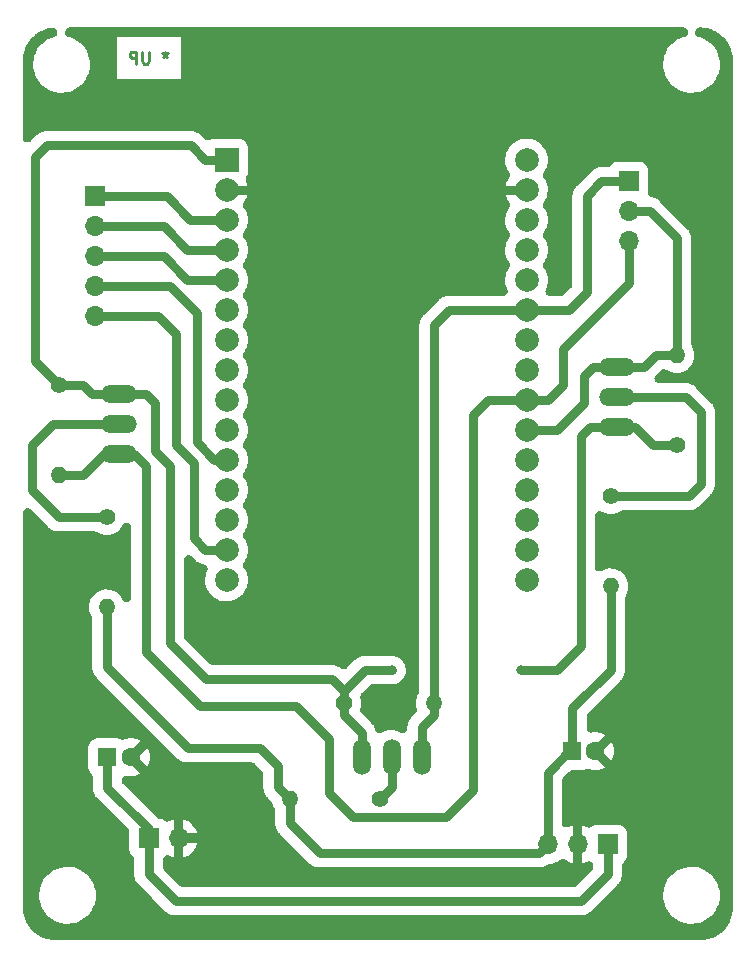
<source format=gbr>
%TF.GenerationSoftware,KiCad,Pcbnew,6.0.6-3a73a75311~116~ubuntu22.04.1*%
%TF.CreationDate,2022-08-13T00:33:12+05:30*%
%TF.ProjectId,esp32_breakout_board,65737033-325f-4627-9265-616b6f75745f,rev?*%
%TF.SameCoordinates,Original*%
%TF.FileFunction,Copper,L2,Bot*%
%TF.FilePolarity,Positive*%
%FSLAX46Y46*%
G04 Gerber Fmt 4.6, Leading zero omitted, Abs format (unit mm)*
G04 Created by KiCad (PCBNEW 6.0.6-3a73a75311~116~ubuntu22.04.1) date 2022-08-13 00:33:12*
%MOMM*%
%LPD*%
G01*
G04 APERTURE LIST*
%ADD10C,0.250000*%
%TA.AperFunction,NonConductor*%
%ADD11C,0.250000*%
%TD*%
%TA.AperFunction,ComponentPad*%
%ADD12R,1.600000X1.600000*%
%TD*%
%TA.AperFunction,ComponentPad*%
%ADD13C,1.600000*%
%TD*%
%TA.AperFunction,ComponentPad*%
%ADD14R,2.000000X2.000000*%
%TD*%
%TA.AperFunction,ComponentPad*%
%ADD15C,2.000000*%
%TD*%
%TA.AperFunction,ComponentPad*%
%ADD16C,1.400000*%
%TD*%
%TA.AperFunction,ComponentPad*%
%ADD17O,1.400000X1.400000*%
%TD*%
%TA.AperFunction,ComponentPad*%
%ADD18O,1.508000X3.016000*%
%TD*%
%TA.AperFunction,ComponentPad*%
%ADD19R,1.700000X1.700000*%
%TD*%
%TA.AperFunction,ComponentPad*%
%ADD20O,1.700000X1.700000*%
%TD*%
%TA.AperFunction,ComponentPad*%
%ADD21O,3.016000X1.508000*%
%TD*%
%TA.AperFunction,ViaPad*%
%ADD22C,0.800000*%
%TD*%
%TA.AperFunction,Conductor*%
%ADD23C,0.800000*%
%TD*%
G04 APERTURE END LIST*
D10*
D11*
X68460761Y-51268380D02*
X68460761Y-51506476D01*
X68698857Y-51411238D02*
X68460761Y-51506476D01*
X68222666Y-51411238D01*
X68603619Y-51696952D02*
X68460761Y-51506476D01*
X68317904Y-51696952D01*
X67079809Y-51268380D02*
X67079809Y-52077904D01*
X67032190Y-52173142D01*
X66984571Y-52220761D01*
X66889333Y-52268380D01*
X66698857Y-52268380D01*
X66603619Y-52220761D01*
X66556000Y-52173142D01*
X66508380Y-52077904D01*
X66508380Y-51268380D01*
X66032190Y-52268380D02*
X66032190Y-51268380D01*
X65651238Y-51268380D01*
X65556000Y-51316000D01*
X65508380Y-51363619D01*
X65460761Y-51458857D01*
X65460761Y-51601714D01*
X65508380Y-51696952D01*
X65556000Y-51744571D01*
X65651238Y-51792190D01*
X66032190Y-51792190D01*
D12*
%TO.P,C1,1*%
%TO.N,OUTPUT*%
X102870000Y-110490000D03*
D13*
%TO.P,C1,2*%
%TO.N,GND*%
X104870000Y-110490000D03*
%TD*%
D14*
%TO.P,U1,1,3V3*%
%TO.N,3V3*%
X73660000Y-60431000D03*
D15*
%TO.P,U1,2,GND*%
%TO.N,GND*%
X73660000Y-62971000D03*
%TO.P,U1,3,A1*%
%TO.N,A1*%
X73660000Y-65511000D03*
%TO.P,U1,4,A2*%
%TO.N,A2*%
X73660000Y-68051000D03*
%TO.P,U1,5,A3*%
%TO.N,A3*%
X73660000Y-70591000D03*
%TO.P,U1,6*%
%TO.N,N/C*%
X73660000Y-73131000D03*
%TO.P,U1,7*%
X73660000Y-75671000D03*
%TO.P,U1,8*%
X73660000Y-78211000D03*
%TO.P,U1,9*%
X73660000Y-80751000D03*
%TO.P,U1,10*%
X73660000Y-83291000D03*
%TO.P,U1,11,SDA*%
%TO.N,SDA*%
X73660000Y-85831000D03*
%TO.P,U1,12*%
%TO.N,N/C*%
X73660000Y-88371000D03*
%TO.P,U1,13*%
X73660000Y-90911000D03*
%TO.P,U1,14,SCL*%
%TO.N,SCL*%
X73660000Y-93451000D03*
%TO.P,U1,15*%
%TO.N,N/C*%
X73660000Y-95991000D03*
%TO.P,U1,16*%
X99060000Y-95991000D03*
%TO.P,U1,17*%
X99060000Y-93451000D03*
%TO.P,U1,18*%
X99060000Y-90911000D03*
%TO.P,U1,19*%
X99060000Y-88371000D03*
%TO.P,U1,20*%
X99060000Y-85831000D03*
%TO.P,U1,21,D32*%
%TO.N,D32*%
X99060000Y-83291000D03*
%TO.P,U1,22,D33*%
%TO.N,D33*%
X99060000Y-80751000D03*
%TO.P,U1,23*%
%TO.N,N/C*%
X99060000Y-78211000D03*
%TO.P,U1,24*%
X99060000Y-75671000D03*
%TO.P,U1,25,D27*%
%TO.N,D27*%
X99060000Y-73131000D03*
%TO.P,U1,26*%
%TO.N,N/C*%
X99060000Y-70591000D03*
%TO.P,U1,27*%
X99060000Y-68051000D03*
%TO.P,U1,28*%
X99060000Y-65511000D03*
%TO.P,U1,29,GND*%
%TO.N,GND*%
X99060000Y-62971000D03*
%TO.P,U1,30*%
%TO.N,N/C*%
X99060000Y-60431000D03*
%TD*%
D12*
%TO.P,C2,1*%
%TO.N,INPUT*%
X63560888Y-110998000D03*
D13*
%TO.P,C2,2*%
%TO.N,GND*%
X65560888Y-110998000D03*
%TD*%
D16*
%TO.P,R4,1*%
%TO.N,D8*%
X63500000Y-90678000D03*
D17*
%TO.P,R4,2*%
%TO.N,OUTPUT*%
X63500000Y-98298000D03*
%TD*%
D16*
%TO.P,R6,1*%
%TO.N,D9*%
X106172000Y-88900000D03*
D17*
%TO.P,R6,2*%
%TO.N,OUTPUT*%
X106172000Y-96520000D03*
%TD*%
D18*
%TO.P,U2,1*%
%TO.N,3V3*%
X85090000Y-110998000D03*
%TO.P,U2,2*%
%TO.N,D6*%
X87630000Y-110998000D03*
%TO.P,U2,3*%
%TO.N,D27*%
X90170000Y-110998000D03*
%TD*%
D19*
%TO.P,J1,1,Pin_1*%
%TO.N,INPUT*%
X67051000Y-117856000D03*
D20*
%TO.P,J1,2,Pin_2*%
%TO.N,GND*%
X69591000Y-117856000D03*
%TD*%
D21*
%TO.P,U3,1*%
%TO.N,3V3*%
X64516000Y-80264000D03*
%TO.P,U3,2*%
%TO.N,D8*%
X64516000Y-82804000D03*
%TO.P,U3,3*%
%TO.N,D33*%
X64516000Y-85344000D03*
%TD*%
D16*
%TO.P,R2,1*%
%TO.N,3V3*%
X83566000Y-106426000D03*
D17*
%TO.P,R2,2*%
%TO.N,D27*%
X91186000Y-106426000D03*
%TD*%
D19*
%TO.P,J2,1,Pin_1*%
%TO.N,INPUT*%
X105918000Y-118364000D03*
D20*
%TO.P,J2,2,Pin_2*%
%TO.N,GND*%
X103378000Y-118364000D03*
%TO.P,J2,3,Pin_3*%
%TO.N,OUTPUT*%
X100838000Y-118364000D03*
%TD*%
D19*
%TO.P,J3,1,Pin_1*%
%TO.N,A1*%
X62484000Y-63505000D03*
D20*
%TO.P,J3,2,Pin_2*%
%TO.N,A2*%
X62484000Y-66045000D03*
%TO.P,J3,3,Pin_3*%
%TO.N,A3*%
X62484000Y-68585000D03*
%TO.P,J3,4,Pin_4*%
%TO.N,SDA*%
X62484000Y-71125000D03*
%TO.P,J3,5,Pin_5*%
%TO.N,SCL*%
X62484000Y-73665000D03*
%TD*%
D21*
%TO.P,U4,1*%
%TO.N,3V3*%
X106680000Y-83058000D03*
%TO.P,U4,2*%
%TO.N,D9*%
X106680000Y-80518000D03*
%TO.P,U4,3*%
%TO.N,D32*%
X106680000Y-77978000D03*
%TD*%
D19*
%TO.P,J4,1,Pin_1*%
%TO.N,D27*%
X107696000Y-62245000D03*
D20*
%TO.P,J4,2,Pin_2*%
%TO.N,D32*%
X107696000Y-64785000D03*
%TO.P,J4,3,Pin_3*%
%TO.N,D33*%
X107696000Y-67325000D03*
%TD*%
D16*
%TO.P,R1,1*%
%TO.N,D6*%
X86614000Y-114554000D03*
D17*
%TO.P,R1,2*%
%TO.N,OUTPUT*%
X78994000Y-114554000D03*
%TD*%
D16*
%TO.P,R5,1*%
%TO.N,3V3*%
X111760000Y-84582000D03*
D17*
%TO.P,R5,2*%
%TO.N,D32*%
X111760000Y-76962000D03*
%TD*%
D16*
%TO.P,R3,1*%
%TO.N,3V3*%
X59436000Y-79502000D03*
D17*
%TO.P,R3,2*%
%TO.N,D33*%
X59436000Y-87122000D03*
%TD*%
D22*
%TO.N,GND*%
X76454000Y-62992000D03*
X95779000Y-62971000D03*
%TO.N,3V3*%
X87630000Y-103632000D03*
X98552000Y-103632000D03*
%TD*%
D23*
%TO.N,A1*%
X62484000Y-63505000D02*
X68585000Y-63505000D01*
X68585000Y-63505000D02*
X70591000Y-65511000D01*
X70591000Y-65511000D02*
X73660000Y-65511000D01*
%TO.N,OUTPUT*%
X77978000Y-113538000D02*
X77978000Y-111760000D01*
X63500000Y-103378000D02*
X70358000Y-110236000D01*
X63500000Y-98298000D02*
X63500000Y-103378000D01*
X70358000Y-110236000D02*
X76454000Y-110236000D01*
X102945888Y-110211000D02*
X102945888Y-106858112D01*
X78994000Y-116586000D02*
X81534000Y-119126000D01*
X100838000Y-118364000D02*
X100838000Y-112318888D01*
X100838000Y-112318888D02*
X102945888Y-110211000D01*
X81534000Y-119126000D02*
X100076000Y-119126000D01*
X106172000Y-103632000D02*
X106172000Y-96520000D01*
X102945888Y-106858112D02*
X106172000Y-103632000D01*
X78994000Y-114554000D02*
X78994000Y-116586000D01*
X78994000Y-114554000D02*
X77978000Y-113538000D01*
X76454000Y-110236000D02*
X77978000Y-111760000D01*
X100076000Y-119126000D02*
X100838000Y-118364000D01*
%TO.N,GND*%
X73660000Y-62971000D02*
X76433000Y-62971000D01*
X76433000Y-62971000D02*
X76454000Y-62992000D01*
X95758000Y-62992000D02*
X95779000Y-62971000D01*
X99060000Y-62971000D02*
X95779000Y-62971000D01*
%TO.N,INPUT*%
X63560888Y-113598888D02*
X67051000Y-117089000D01*
X67051000Y-117089000D02*
X67051000Y-117856000D01*
X103632000Y-123190000D02*
X105918000Y-120904000D01*
X67051000Y-120899000D02*
X69342000Y-123190000D01*
X67116888Y-117790112D02*
X67051000Y-117856000D01*
X63560888Y-110998000D02*
X63560888Y-113598888D01*
X67051000Y-117856000D02*
X67051000Y-120899000D01*
X69342000Y-123190000D02*
X103632000Y-123190000D01*
X105918000Y-120904000D02*
X105918000Y-118364000D01*
%TO.N,D6*%
X87630000Y-113538000D02*
X86614000Y-114554000D01*
X87630000Y-110998000D02*
X87630000Y-113538000D01*
%TO.N,3V3*%
X68834000Y-101346000D02*
X71882000Y-104394000D01*
X106680000Y-83058000D02*
X108204000Y-83058000D01*
X66802000Y-80264000D02*
X67564000Y-81026000D01*
X103632000Y-101600000D02*
X101600000Y-103632000D01*
X71861000Y-60431000D02*
X70612000Y-59182000D01*
X67564000Y-85090000D02*
X68834000Y-86360000D01*
X104394000Y-83058000D02*
X103632000Y-83820000D01*
X68834000Y-86360000D02*
X68834000Y-101346000D01*
X73660000Y-60431000D02*
X71861000Y-60431000D01*
X57404000Y-60198000D02*
X57404000Y-77470000D01*
X108204000Y-83058000D02*
X109728000Y-84582000D01*
X71882000Y-104394000D02*
X82550000Y-104394000D01*
X85344000Y-103632000D02*
X87630000Y-103632000D01*
X64516000Y-80264000D02*
X66802000Y-80264000D01*
X103632000Y-83820000D02*
X103632000Y-101600000D01*
X61468000Y-79502000D02*
X59436000Y-79502000D01*
X64516000Y-80264000D02*
X62230000Y-80264000D01*
X83566000Y-107442000D02*
X85090000Y-108966000D01*
X106680000Y-83058000D02*
X104394000Y-83058000D01*
X58420000Y-59182000D02*
X57404000Y-60198000D01*
X101600000Y-103632000D02*
X98552000Y-103632000D01*
X83566000Y-106426000D02*
X83566000Y-107442000D01*
X109728000Y-84582000D02*
X111760000Y-84582000D01*
X67564000Y-81026000D02*
X67564000Y-85090000D01*
X62230000Y-80264000D02*
X61468000Y-79502000D01*
X85090000Y-108966000D02*
X85090000Y-110998000D01*
X83566000Y-105410000D02*
X85344000Y-103632000D01*
X83566000Y-105410000D02*
X83566000Y-106426000D01*
X70612000Y-59182000D02*
X58420000Y-59182000D01*
X82550000Y-104394000D02*
X83566000Y-105410000D01*
X57404000Y-77470000D02*
X59436000Y-79502000D01*
%TO.N,D27*%
X91186000Y-106426000D02*
X91186000Y-74422000D01*
X91186000Y-106426000D02*
X91186000Y-107442000D01*
X92477000Y-73131000D02*
X99060000Y-73131000D01*
X104140000Y-71628000D02*
X102637000Y-73131000D01*
X91186000Y-107442000D02*
X90170000Y-108458000D01*
X90170000Y-108458000D02*
X90170000Y-110998000D01*
X102637000Y-73131000D02*
X99060000Y-73131000D01*
X104140000Y-63500000D02*
X104140000Y-71628000D01*
X91186000Y-74422000D02*
X92477000Y-73131000D01*
X107696000Y-62245000D02*
X105395000Y-62245000D01*
X105395000Y-62245000D02*
X104140000Y-63500000D01*
%TO.N,D33*%
X99060000Y-80751000D02*
X95779000Y-80751000D01*
X102108000Y-76454000D02*
X102108000Y-79502000D01*
X61468000Y-87122000D02*
X59436000Y-87122000D01*
X102108000Y-79502000D02*
X100859000Y-80751000D01*
X65786000Y-85344000D02*
X64516000Y-85344000D01*
X63246000Y-85344000D02*
X61468000Y-87122000D01*
X66802000Y-102108000D02*
X66802000Y-86360000D01*
X82296000Y-109474000D02*
X79502000Y-106680000D01*
X92202000Y-116078000D02*
X84328000Y-116078000D01*
X100859000Y-80751000D02*
X99060000Y-80751000D01*
X64516000Y-85344000D02*
X63246000Y-85344000D01*
X107696000Y-67325000D02*
X107696000Y-70866000D01*
X107696000Y-70866000D02*
X102108000Y-76454000D01*
X84328000Y-116078000D02*
X82296000Y-114046000D01*
X94488000Y-113792000D02*
X92202000Y-116078000D01*
X71374000Y-106680000D02*
X66802000Y-102108000D01*
X82296000Y-114046000D02*
X82296000Y-109474000D01*
X79502000Y-106680000D02*
X71374000Y-106680000D01*
X94488000Y-82042000D02*
X94488000Y-113792000D01*
X66802000Y-86360000D02*
X65786000Y-85344000D01*
X95779000Y-80751000D02*
X94488000Y-82042000D01*
%TO.N,D8*%
X59436000Y-90678000D02*
X63500000Y-90678000D01*
X58928000Y-82804000D02*
X57150000Y-84582000D01*
X64516000Y-82804000D02*
X58928000Y-82804000D01*
X57150000Y-88392000D02*
X59436000Y-90678000D01*
X57150000Y-84582000D02*
X57150000Y-88392000D01*
%TO.N,D32*%
X111760000Y-67056000D02*
X111760000Y-76962000D01*
X106680000Y-77978000D02*
X108966000Y-77978000D01*
X108966000Y-77978000D02*
X109982000Y-76962000D01*
X104648000Y-77978000D02*
X106680000Y-77978000D01*
X101621000Y-83291000D02*
X103886000Y-81026000D01*
X99060000Y-83291000D02*
X101621000Y-83291000D01*
X109489000Y-64785000D02*
X111760000Y-67056000D01*
X109982000Y-76962000D02*
X111760000Y-76962000D01*
X103886000Y-78740000D02*
X104648000Y-77978000D01*
X103886000Y-81026000D02*
X103886000Y-78740000D01*
X107696000Y-64785000D02*
X109489000Y-64785000D01*
%TO.N,D9*%
X106172000Y-88900000D02*
X112776000Y-88900000D01*
X112776000Y-88900000D02*
X113792000Y-87884000D01*
X112522000Y-80518000D02*
X106680000Y-80518000D01*
X113792000Y-81788000D02*
X112522000Y-80518000D01*
X113792000Y-87884000D02*
X113792000Y-81788000D01*
%TO.N,A2*%
X70337000Y-68051000D02*
X73660000Y-68051000D01*
X68331000Y-66045000D02*
X70337000Y-68051000D01*
X62484000Y-66045000D02*
X68331000Y-66045000D01*
%TO.N,A3*%
X70337000Y-70591000D02*
X73660000Y-70591000D01*
X62484000Y-68585000D02*
X68331000Y-68585000D01*
X68331000Y-68585000D02*
X70337000Y-70591000D01*
%TO.N,SDA*%
X72623000Y-85831000D02*
X73660000Y-85831000D01*
X71120000Y-73406000D02*
X71120000Y-84328000D01*
X62484000Y-71125000D02*
X68839000Y-71125000D01*
X71120000Y-84328000D02*
X72623000Y-85831000D01*
X68839000Y-71125000D02*
X71120000Y-73406000D01*
%TO.N,SCL*%
X70866000Y-86106000D02*
X70866000Y-92456000D01*
X70866000Y-92456000D02*
X71861000Y-93451000D01*
X69342000Y-75184000D02*
X69342000Y-84582000D01*
X67823000Y-73665000D02*
X69342000Y-75184000D01*
X71861000Y-93451000D02*
X73660000Y-93451000D01*
X62484000Y-73665000D02*
X67823000Y-73665000D01*
X69342000Y-84582000D02*
X70866000Y-86106000D01*
%TD*%
%TA.AperFunction,Conductor*%
%TO.N,GND*%
G36*
X112460031Y-49227926D02*
G01*
X112571259Y-49284600D01*
X112659531Y-49372872D01*
X112716205Y-49484100D01*
X112735733Y-49607398D01*
X112716205Y-49730696D01*
X112659531Y-49841924D01*
X112571259Y-49930196D01*
X112460031Y-49986870D01*
X112437306Y-49993515D01*
X112436154Y-49993815D01*
X112423662Y-49996232D01*
X112329467Y-50027293D01*
X112144869Y-50088164D01*
X112144866Y-50088165D01*
X112132800Y-50092144D01*
X112121343Y-50097621D01*
X112121338Y-50097623D01*
X111867940Y-50218759D01*
X111867933Y-50218763D01*
X111856482Y-50224237D01*
X111599188Y-50390369D01*
X111589471Y-50398566D01*
X111451710Y-50514778D01*
X111365090Y-50587848D01*
X111157981Y-50813471D01*
X110981220Y-51063582D01*
X110837672Y-51334126D01*
X110729664Y-51620717D01*
X110726728Y-51633088D01*
X110726727Y-51633092D01*
X110683399Y-51815670D01*
X110658947Y-51918709D01*
X110652867Y-51976075D01*
X110641408Y-52084199D01*
X110626668Y-52223271D01*
X110633349Y-52529465D01*
X110635238Y-52542026D01*
X110635238Y-52542032D01*
X110676994Y-52819766D01*
X110678883Y-52832330D01*
X110762531Y-53126953D01*
X110882937Y-53408560D01*
X111038149Y-53672585D01*
X111045931Y-53682636D01*
X111045934Y-53682640D01*
X111170788Y-53843891D01*
X111225651Y-53914747D01*
X111442404Y-54131122D01*
X111684894Y-54318202D01*
X111695855Y-54324620D01*
X111695861Y-54324624D01*
X111938217Y-54466529D01*
X111938221Y-54466531D01*
X111949189Y-54472953D01*
X111960881Y-54477928D01*
X111960883Y-54477929D01*
X112144024Y-54555856D01*
X112231006Y-54592867D01*
X112243248Y-54596320D01*
X112243249Y-54596320D01*
X112513531Y-54672548D01*
X112513534Y-54672549D01*
X112525775Y-54676001D01*
X112828718Y-54721006D01*
X112839236Y-54721447D01*
X112839238Y-54721447D01*
X112907932Y-54724326D01*
X112912084Y-54724500D01*
X113107474Y-54724500D01*
X113335647Y-54709945D01*
X113355849Y-54706036D01*
X113623858Y-54654183D01*
X113623864Y-54654181D01*
X113636338Y-54651768D01*
X113648408Y-54647788D01*
X113915131Y-54559836D01*
X113915134Y-54559835D01*
X113927200Y-54555856D01*
X113938657Y-54550379D01*
X113938662Y-54550377D01*
X114192060Y-54429241D01*
X114192067Y-54429237D01*
X114203518Y-54423763D01*
X114460812Y-54257631D01*
X114694910Y-54060152D01*
X114902019Y-53834529D01*
X115078780Y-53584418D01*
X115222328Y-53313874D01*
X115330336Y-53027283D01*
X115373700Y-52844555D01*
X115398119Y-52741655D01*
X115398119Y-52741653D01*
X115401053Y-52729291D01*
X115433332Y-52424729D01*
X115426651Y-52118535D01*
X115415965Y-52047454D01*
X115383006Y-51828234D01*
X115383006Y-51828233D01*
X115381117Y-51815670D01*
X115297469Y-51521047D01*
X115177063Y-51239440D01*
X115021851Y-50975415D01*
X114896461Y-50813471D01*
X114842133Y-50743306D01*
X114842132Y-50743305D01*
X114834349Y-50733253D01*
X114617596Y-50516878D01*
X114591196Y-50496510D01*
X114385167Y-50337560D01*
X114375106Y-50329798D01*
X114364145Y-50323380D01*
X114364139Y-50323376D01*
X114121783Y-50181471D01*
X114121779Y-50181469D01*
X114110811Y-50175047D01*
X113928853Y-50097623D01*
X113840691Y-50060110D01*
X113840690Y-50060109D01*
X113828994Y-50055133D01*
X113610803Y-49993596D01*
X113497443Y-49941336D01*
X113405775Y-49856598D01*
X113344778Y-49747681D01*
X113320424Y-49625245D01*
X113335096Y-49501275D01*
X113387360Y-49387907D01*
X113472098Y-49296239D01*
X113581015Y-49235242D01*
X113703451Y-49210888D01*
X113722938Y-49210641D01*
X113744651Y-49213384D01*
X113766847Y-49211208D01*
X113789158Y-49211519D01*
X113789151Y-49212008D01*
X113811787Y-49211537D01*
X113986389Y-49221342D01*
X114046082Y-49224694D01*
X114090543Y-49229704D01*
X114355004Y-49274638D01*
X114398626Y-49284594D01*
X114563681Y-49332145D01*
X114656376Y-49358850D01*
X114698604Y-49373626D01*
X114822518Y-49424953D01*
X114946430Y-49476279D01*
X114986743Y-49495693D01*
X114992893Y-49499092D01*
X115221518Y-49625449D01*
X115259384Y-49649241D01*
X115478161Y-49804471D01*
X115513138Y-49832364D01*
X115523836Y-49841924D01*
X115713159Y-50011114D01*
X115744791Y-50042747D01*
X115923531Y-50242757D01*
X115951429Y-50277740D01*
X116106654Y-50496510D01*
X116130458Y-50534394D01*
X116240364Y-50733253D01*
X116260204Y-50769151D01*
X116279618Y-50809465D01*
X116382271Y-51057292D01*
X116397049Y-51099523D01*
X116471307Y-51357275D01*
X116481264Y-51400898D01*
X116518613Y-51620717D01*
X116526197Y-51665356D01*
X116531206Y-51709819D01*
X116544589Y-51948129D01*
X116545026Y-51968868D01*
X116542514Y-51988753D01*
X116544691Y-52010954D01*
X116545596Y-52020187D01*
X116547500Y-52059122D01*
X116547500Y-123624181D01*
X116545446Y-123656823D01*
X116545309Y-123666626D01*
X116542514Y-123688753D01*
X116544690Y-123710949D01*
X116544379Y-123733262D01*
X116543890Y-123733255D01*
X116544361Y-123755889D01*
X116531204Y-123990180D01*
X116526195Y-124034641D01*
X116482569Y-124291410D01*
X116481262Y-124299102D01*
X116471306Y-124342723D01*
X116464450Y-124366520D01*
X116397049Y-124600472D01*
X116382271Y-124642705D01*
X116279615Y-124890537D01*
X116260205Y-124930842D01*
X116203191Y-125034001D01*
X116130457Y-125165604D01*
X116106652Y-125203490D01*
X115951423Y-125422265D01*
X115923532Y-125457239D01*
X115744783Y-125657260D01*
X115713151Y-125688891D01*
X115513138Y-125867632D01*
X115478160Y-125895527D01*
X115259394Y-126050750D01*
X115221508Y-126074555D01*
X114986746Y-126204303D01*
X114946434Y-126223717D01*
X114847142Y-126264845D01*
X114698603Y-126326372D01*
X114656371Y-126341149D01*
X114398623Y-126415404D01*
X114355003Y-126425360D01*
X114090544Y-126470294D01*
X114046084Y-126475304D01*
X113807715Y-126488690D01*
X113787017Y-126489126D01*
X113767145Y-126486616D01*
X113739986Y-126489279D01*
X113735711Y-126489698D01*
X113696776Y-126491602D01*
X59267921Y-126491602D01*
X59235279Y-126489548D01*
X59225476Y-126489411D01*
X59203349Y-126486616D01*
X59181153Y-126488792D01*
X59158840Y-126488481D01*
X59158847Y-126487992D01*
X59136213Y-126488463D01*
X58961611Y-126478658D01*
X58901918Y-126475306D01*
X58857457Y-126470296D01*
X58592996Y-126425362D01*
X58549374Y-126415406D01*
X58322211Y-126349962D01*
X58291621Y-126341149D01*
X58249396Y-126326374D01*
X58125482Y-126275047D01*
X58001570Y-126223721D01*
X57961257Y-126204307D01*
X57879650Y-126159204D01*
X57726482Y-126074551D01*
X57688616Y-126050759D01*
X57469838Y-125895528D01*
X57434862Y-125867636D01*
X57387527Y-125825335D01*
X57234841Y-125688886D01*
X57203209Y-125657253D01*
X57024469Y-125457243D01*
X56996571Y-125422260D01*
X56841346Y-125203490D01*
X56817541Y-125165605D01*
X56687793Y-124930843D01*
X56668382Y-124890535D01*
X56565729Y-124642708D01*
X56550951Y-124600477D01*
X56500784Y-124426345D01*
X56476692Y-124342722D01*
X56466736Y-124299101D01*
X56451538Y-124209653D01*
X56421803Y-124034641D01*
X56416794Y-123990181D01*
X56403411Y-123751871D01*
X56402974Y-123731132D01*
X56405486Y-123711247D01*
X56402404Y-123679813D01*
X56400500Y-123640878D01*
X56400500Y-122581271D01*
X57794668Y-122581271D01*
X57801349Y-122887465D01*
X57803238Y-122900026D01*
X57803238Y-122900032D01*
X57844994Y-123177766D01*
X57846883Y-123190330D01*
X57930531Y-123484953D01*
X58050937Y-123766560D01*
X58057378Y-123777516D01*
X58195553Y-124012560D01*
X58206149Y-124030585D01*
X58213931Y-124040636D01*
X58213934Y-124040640D01*
X58338788Y-124201891D01*
X58393651Y-124272747D01*
X58610404Y-124489122D01*
X58620473Y-124496890D01*
X58620475Y-124496892D01*
X58763758Y-124607434D01*
X58852894Y-124676202D01*
X58863855Y-124682620D01*
X58863861Y-124682624D01*
X59106217Y-124824529D01*
X59106221Y-124824531D01*
X59117189Y-124830953D01*
X59128881Y-124835928D01*
X59128883Y-124835929D01*
X59351963Y-124930850D01*
X59399006Y-124950867D01*
X59411248Y-124954320D01*
X59411249Y-124954320D01*
X59681531Y-125030548D01*
X59681534Y-125030549D01*
X59693775Y-125034001D01*
X59996718Y-125079006D01*
X60007236Y-125079447D01*
X60007238Y-125079447D01*
X60075932Y-125082326D01*
X60080084Y-125082500D01*
X60275474Y-125082500D01*
X60503647Y-125067945D01*
X60523849Y-125064036D01*
X60791858Y-125012183D01*
X60791864Y-125012181D01*
X60804338Y-125009768D01*
X60816408Y-125005788D01*
X61083131Y-124917836D01*
X61083134Y-124917835D01*
X61095200Y-124913856D01*
X61106657Y-124908379D01*
X61106662Y-124908377D01*
X61360060Y-124787241D01*
X61360067Y-124787237D01*
X61371518Y-124781763D01*
X61628812Y-124615631D01*
X61862910Y-124418152D01*
X62070019Y-124192529D01*
X62121367Y-124119874D01*
X62239442Y-123952801D01*
X62246780Y-123942418D01*
X62390328Y-123671874D01*
X62498336Y-123385283D01*
X62541700Y-123202555D01*
X62566119Y-123099655D01*
X62566119Y-123099653D01*
X62569053Y-123087291D01*
X62601332Y-122782729D01*
X62594651Y-122476535D01*
X62562750Y-122264345D01*
X62551006Y-122186234D01*
X62551006Y-122186233D01*
X62549117Y-122173670D01*
X62465469Y-121879047D01*
X62423804Y-121781599D01*
X62350059Y-121609125D01*
X62345063Y-121597440D01*
X62214018Y-121374524D01*
X62196296Y-121344378D01*
X62196295Y-121344376D01*
X62189851Y-121333415D01*
X62174400Y-121313459D01*
X62010133Y-121101306D01*
X62010132Y-121101305D01*
X62002349Y-121091253D01*
X61785596Y-120874878D01*
X61764229Y-120858393D01*
X61553167Y-120695560D01*
X61543106Y-120687798D01*
X61532145Y-120681380D01*
X61532139Y-120681376D01*
X61289783Y-120539471D01*
X61289779Y-120539469D01*
X61278811Y-120533047D01*
X61096853Y-120455623D01*
X61008691Y-120418110D01*
X61008690Y-120418109D01*
X60996994Y-120413133D01*
X60956587Y-120401737D01*
X60714469Y-120333452D01*
X60714466Y-120333451D01*
X60702225Y-120329999D01*
X60399282Y-120284994D01*
X60388764Y-120284553D01*
X60388762Y-120284553D01*
X60320068Y-120281674D01*
X60320067Y-120281674D01*
X60315916Y-120281500D01*
X60120526Y-120281500D01*
X59892353Y-120296055D01*
X59875586Y-120299299D01*
X59604142Y-120351817D01*
X59604136Y-120351819D01*
X59591662Y-120354232D01*
X59579593Y-120358212D01*
X59579592Y-120358212D01*
X59312869Y-120446164D01*
X59312866Y-120446165D01*
X59300800Y-120450144D01*
X59289343Y-120455621D01*
X59289338Y-120455623D01*
X59035940Y-120576759D01*
X59035933Y-120576763D01*
X59024482Y-120582237D01*
X58767188Y-120748369D01*
X58757471Y-120756566D01*
X58621315Y-120871424D01*
X58533090Y-120945848D01*
X58325981Y-121171471D01*
X58149220Y-121421582D01*
X58005672Y-121692126D01*
X57975200Y-121772981D01*
X57909990Y-121946012D01*
X57897664Y-121978717D01*
X57894728Y-121991088D01*
X57894727Y-121991092D01*
X57851399Y-122173670D01*
X57826947Y-122276709D01*
X57794668Y-122581271D01*
X56400500Y-122581271D01*
X56400500Y-110110163D01*
X61960388Y-110110163D01*
X61960389Y-111885836D01*
X61960662Y-111890589D01*
X61964466Y-111907068D01*
X61964467Y-111907072D01*
X61988766Y-112012321D01*
X62001061Y-112065577D01*
X62079224Y-112227266D01*
X62191268Y-112367620D01*
X62208704Y-112381539D01*
X62210320Y-112382829D01*
X62213745Y-112386580D01*
X62224475Y-112397310D01*
X62223988Y-112397797D01*
X62294495Y-112475015D01*
X62346063Y-112588701D01*
X62360388Y-112694653D01*
X62360388Y-113545216D01*
X62359534Y-113571309D01*
X62355658Y-113630448D01*
X62357808Y-113648613D01*
X62357808Y-113648614D01*
X62366161Y-113719189D01*
X62367253Y-113729574D01*
X62375434Y-113818599D01*
X62379732Y-113833837D01*
X62381592Y-113849555D01*
X62392292Y-113884014D01*
X62408089Y-113934889D01*
X62411050Y-113944885D01*
X62435323Y-114030952D01*
X62442326Y-114045152D01*
X62447019Y-114060267D01*
X62455531Y-114076446D01*
X62455537Y-114076460D01*
X62488628Y-114139354D01*
X62493367Y-114148653D01*
X62512926Y-114188316D01*
X62523129Y-114209004D01*
X62532908Y-114228835D01*
X62542381Y-114241521D01*
X62549751Y-114255529D01*
X62605114Y-114325757D01*
X62611440Y-114334002D01*
X62637985Y-114369549D01*
X62664921Y-114405621D01*
X62678349Y-114418034D01*
X62678352Y-114418037D01*
X62724451Y-114460650D01*
X62735745Y-114471509D01*
X65283636Y-117019400D01*
X65357012Y-117120394D01*
X65395588Y-117239119D01*
X65400500Y-117301536D01*
X65400501Y-118793836D01*
X65400774Y-118798589D01*
X65404578Y-118815068D01*
X65404579Y-118815072D01*
X65436156Y-118951846D01*
X65441173Y-118973577D01*
X65519336Y-119135266D01*
X65631380Y-119275620D01*
X65648816Y-119289539D01*
X65648818Y-119289541D01*
X65700430Y-119330743D01*
X65784606Y-119422929D01*
X65836175Y-119536614D01*
X65850500Y-119642568D01*
X65850500Y-120845328D01*
X65849646Y-120871421D01*
X65845770Y-120930560D01*
X65847920Y-120948725D01*
X65847920Y-120948726D01*
X65856273Y-121019301D01*
X65857365Y-121029686D01*
X65865546Y-121118711D01*
X65869844Y-121133949D01*
X65871704Y-121149667D01*
X65898201Y-121235001D01*
X65901162Y-121244997D01*
X65925435Y-121331064D01*
X65932438Y-121345264D01*
X65937131Y-121360379D01*
X65945643Y-121376558D01*
X65945649Y-121376572D01*
X65978740Y-121439466D01*
X65983479Y-121448765D01*
X66023020Y-121528947D01*
X66032493Y-121541633D01*
X66039863Y-121555641D01*
X66095226Y-121625869D01*
X66101552Y-121634114D01*
X66123662Y-121663722D01*
X66155033Y-121705733D01*
X66214578Y-121760776D01*
X66225844Y-121771608D01*
X67341702Y-122887465D01*
X68455171Y-124000934D01*
X68473019Y-124019991D01*
X68512090Y-124064543D01*
X68526456Y-124075868D01*
X68526458Y-124075870D01*
X68582278Y-124119874D01*
X68590383Y-124126437D01*
X68659116Y-124183602D01*
X68672931Y-124191339D01*
X68685360Y-124201137D01*
X68764497Y-124242773D01*
X68773584Y-124247707D01*
X68851621Y-124291410D01*
X68866611Y-124296498D01*
X68880620Y-124303869D01*
X68898097Y-124309296D01*
X68898100Y-124309297D01*
X68965976Y-124330373D01*
X68975895Y-124333596D01*
X69060548Y-124362331D01*
X69076214Y-124364603D01*
X69091333Y-124369297D01*
X69180149Y-124379809D01*
X69190423Y-124381162D01*
X69260796Y-124391366D01*
X69260800Y-124391366D01*
X69278902Y-124393991D01*
X69297178Y-124393273D01*
X69297180Y-124393273D01*
X69359907Y-124390808D01*
X69375573Y-124390500D01*
X103578328Y-124390500D01*
X103604421Y-124391354D01*
X103619073Y-124392314D01*
X103645310Y-124394034D01*
X103645312Y-124394034D01*
X103663560Y-124395230D01*
X103681725Y-124393080D01*
X103681726Y-124393080D01*
X103752301Y-124384727D01*
X103762686Y-124383635D01*
X103833494Y-124377128D01*
X103851711Y-124375454D01*
X103866949Y-124371156D01*
X103882667Y-124369296D01*
X103968026Y-124342792D01*
X103977997Y-124339838D01*
X104064064Y-124315565D01*
X104078264Y-124308562D01*
X104093379Y-124303869D01*
X104109558Y-124295357D01*
X104109572Y-124295351D01*
X104172466Y-124262260D01*
X104181775Y-124257516D01*
X104245536Y-124226073D01*
X104261947Y-124217980D01*
X104274633Y-124208507D01*
X104288641Y-124201137D01*
X104358869Y-124145774D01*
X104367114Y-124139448D01*
X104424075Y-124096913D01*
X104424077Y-124096911D01*
X104438733Y-124085967D01*
X104493776Y-124026422D01*
X104504608Y-124015156D01*
X105938492Y-122581271D01*
X110626668Y-122581271D01*
X110633349Y-122887465D01*
X110635238Y-122900026D01*
X110635238Y-122900032D01*
X110676994Y-123177766D01*
X110678883Y-123190330D01*
X110762531Y-123484953D01*
X110882937Y-123766560D01*
X110889378Y-123777516D01*
X111027553Y-124012560D01*
X111038149Y-124030585D01*
X111045931Y-124040636D01*
X111045934Y-124040640D01*
X111170788Y-124201891D01*
X111225651Y-124272747D01*
X111442404Y-124489122D01*
X111452473Y-124496890D01*
X111452475Y-124496892D01*
X111595758Y-124607434D01*
X111684894Y-124676202D01*
X111695855Y-124682620D01*
X111695861Y-124682624D01*
X111938217Y-124824529D01*
X111938221Y-124824531D01*
X111949189Y-124830953D01*
X111960881Y-124835928D01*
X111960883Y-124835929D01*
X112183963Y-124930850D01*
X112231006Y-124950867D01*
X112243248Y-124954320D01*
X112243249Y-124954320D01*
X112513531Y-125030548D01*
X112513534Y-125030549D01*
X112525775Y-125034001D01*
X112828718Y-125079006D01*
X112839236Y-125079447D01*
X112839238Y-125079447D01*
X112907932Y-125082326D01*
X112912084Y-125082500D01*
X113107474Y-125082500D01*
X113335647Y-125067945D01*
X113355849Y-125064036D01*
X113623858Y-125012183D01*
X113623864Y-125012181D01*
X113636338Y-125009768D01*
X113648408Y-125005788D01*
X113915131Y-124917836D01*
X113915134Y-124917835D01*
X113927200Y-124913856D01*
X113938657Y-124908379D01*
X113938662Y-124908377D01*
X114192060Y-124787241D01*
X114192067Y-124787237D01*
X114203518Y-124781763D01*
X114460812Y-124615631D01*
X114694910Y-124418152D01*
X114902019Y-124192529D01*
X114953367Y-124119874D01*
X115071442Y-123952801D01*
X115078780Y-123942418D01*
X115222328Y-123671874D01*
X115330336Y-123385283D01*
X115373700Y-123202555D01*
X115398119Y-123099655D01*
X115398119Y-123099653D01*
X115401053Y-123087291D01*
X115433332Y-122782729D01*
X115426651Y-122476535D01*
X115394750Y-122264345D01*
X115383006Y-122186234D01*
X115383006Y-122186233D01*
X115381117Y-122173670D01*
X115297469Y-121879047D01*
X115255804Y-121781599D01*
X115182059Y-121609125D01*
X115177063Y-121597440D01*
X115046018Y-121374524D01*
X115028296Y-121344378D01*
X115028295Y-121344376D01*
X115021851Y-121333415D01*
X115006400Y-121313459D01*
X114842133Y-121101306D01*
X114842132Y-121101305D01*
X114834349Y-121091253D01*
X114617596Y-120874878D01*
X114596229Y-120858393D01*
X114385167Y-120695560D01*
X114375106Y-120687798D01*
X114364145Y-120681380D01*
X114364139Y-120681376D01*
X114121783Y-120539471D01*
X114121779Y-120539469D01*
X114110811Y-120533047D01*
X113928853Y-120455623D01*
X113840691Y-120418110D01*
X113840690Y-120418109D01*
X113828994Y-120413133D01*
X113788587Y-120401737D01*
X113546469Y-120333452D01*
X113546466Y-120333451D01*
X113534225Y-120329999D01*
X113231282Y-120284994D01*
X113220764Y-120284553D01*
X113220762Y-120284553D01*
X113152068Y-120281674D01*
X113152067Y-120281674D01*
X113147916Y-120281500D01*
X112952526Y-120281500D01*
X112724353Y-120296055D01*
X112707586Y-120299299D01*
X112436142Y-120351817D01*
X112436136Y-120351819D01*
X112423662Y-120354232D01*
X112411593Y-120358212D01*
X112411592Y-120358212D01*
X112144869Y-120446164D01*
X112144866Y-120446165D01*
X112132800Y-120450144D01*
X112121343Y-120455621D01*
X112121338Y-120455623D01*
X111867940Y-120576759D01*
X111867933Y-120576763D01*
X111856482Y-120582237D01*
X111599188Y-120748369D01*
X111589471Y-120756566D01*
X111453315Y-120871424D01*
X111365090Y-120945848D01*
X111157981Y-121171471D01*
X110981220Y-121421582D01*
X110837672Y-121692126D01*
X110807200Y-121772981D01*
X110741990Y-121946012D01*
X110729664Y-121978717D01*
X110726728Y-121991088D01*
X110726727Y-121991092D01*
X110683399Y-122173670D01*
X110658947Y-122276709D01*
X110626668Y-122581271D01*
X105938492Y-122581271D01*
X106728934Y-121790829D01*
X106747991Y-121772981D01*
X106778789Y-121745972D01*
X106778790Y-121745971D01*
X106792543Y-121733910D01*
X106847881Y-121663713D01*
X106854453Y-121655597D01*
X106875792Y-121629941D01*
X106911602Y-121586884D01*
X106919339Y-121573069D01*
X106929137Y-121560640D01*
X106970773Y-121481503D01*
X106975707Y-121472416D01*
X107019410Y-121394379D01*
X107024498Y-121379389D01*
X107031869Y-121365380D01*
X107038391Y-121344378D01*
X107058373Y-121280024D01*
X107061601Y-121270088D01*
X107070113Y-121245014D01*
X107090331Y-121185452D01*
X107092603Y-121169786D01*
X107097297Y-121154667D01*
X107107809Y-121065851D01*
X107109162Y-121055577D01*
X107119366Y-120985203D01*
X107119366Y-120985201D01*
X107121991Y-120967098D01*
X107120556Y-120930560D01*
X107118808Y-120886084D01*
X107118500Y-120870420D01*
X107118500Y-120150568D01*
X107138028Y-120027270D01*
X107194702Y-119916042D01*
X107268570Y-119838743D01*
X107320182Y-119797541D01*
X107320184Y-119797539D01*
X107337620Y-119783620D01*
X107449664Y-119643266D01*
X107477211Y-119586283D01*
X107518120Y-119501657D01*
X107527827Y-119481577D01*
X107540718Y-119425741D01*
X107564425Y-119323054D01*
X107564425Y-119323051D01*
X107568226Y-119306589D01*
X107568500Y-119301837D01*
X107568499Y-117426164D01*
X107568226Y-117421411D01*
X107564260Y-117404229D01*
X107532844Y-117268154D01*
X107527827Y-117246423D01*
X107501455Y-117191869D01*
X107459373Y-117104818D01*
X107459373Y-117104817D01*
X107449664Y-117084734D01*
X107337620Y-116944380D01*
X107197266Y-116832336D01*
X107174547Y-116821353D01*
X107055657Y-116763880D01*
X107035577Y-116754173D01*
X106967356Y-116738423D01*
X106877054Y-116717575D01*
X106877051Y-116717575D01*
X106860589Y-116713774D01*
X106855837Y-116713500D01*
X105919681Y-116713500D01*
X104980164Y-116713501D01*
X104975411Y-116713774D01*
X104958932Y-116717578D01*
X104958928Y-116717579D01*
X104822154Y-116749156D01*
X104800423Y-116754173D01*
X104780343Y-116763880D01*
X104661454Y-116821353D01*
X104638734Y-116832336D01*
X104599392Y-116863743D01*
X104595929Y-116866507D01*
X104487386Y-116928168D01*
X104365101Y-116953269D01*
X104241044Y-116939354D01*
X104157491Y-116903113D01*
X104156733Y-116904600D01*
X104114920Y-116883295D01*
X103903937Y-116795903D01*
X103874214Y-116786245D01*
X103808532Y-116770476D01*
X103781173Y-116768323D01*
X103779773Y-116771703D01*
X103778000Y-116786680D01*
X103778000Y-119933452D01*
X103782293Y-119960561D01*
X103785907Y-119961133D01*
X103800882Y-119959361D01*
X103874214Y-119941755D01*
X103903937Y-119932097D01*
X104114916Y-119844707D01*
X104137356Y-119833273D01*
X104256081Y-119794697D01*
X104380916Y-119794696D01*
X104499641Y-119833272D01*
X104600634Y-119906647D01*
X104674011Y-120007640D01*
X104712587Y-120126365D01*
X104717500Y-120188784D01*
X104717500Y-120241464D01*
X104697972Y-120364762D01*
X104641298Y-120475990D01*
X104600636Y-120523600D01*
X103251601Y-121872636D01*
X103150607Y-121946012D01*
X103031882Y-121984588D01*
X102969465Y-121989500D01*
X70004536Y-121989500D01*
X69881238Y-121969972D01*
X69770010Y-121913298D01*
X69722400Y-121872636D01*
X68368364Y-120518601D01*
X68294988Y-120417607D01*
X68256412Y-120298882D01*
X68251500Y-120236465D01*
X68251500Y-119680784D01*
X68271028Y-119557486D01*
X68327702Y-119446258D01*
X68415974Y-119357986D01*
X68527202Y-119301312D01*
X68650500Y-119281784D01*
X68773798Y-119301312D01*
X68831644Y-119325273D01*
X68854084Y-119336707D01*
X69065063Y-119424097D01*
X69094786Y-119433755D01*
X69160468Y-119449524D01*
X69187827Y-119451677D01*
X69189227Y-119448297D01*
X69191000Y-119433320D01*
X69191000Y-119425452D01*
X69991000Y-119425452D01*
X69995293Y-119452561D01*
X69998907Y-119453133D01*
X70013882Y-119451361D01*
X70087214Y-119433755D01*
X70116937Y-119424097D01*
X70327920Y-119336705D01*
X70355768Y-119322516D01*
X70550480Y-119203196D01*
X70575761Y-119184828D01*
X70749409Y-119036519D01*
X70771519Y-119014409D01*
X70919828Y-118840761D01*
X70938196Y-118815480D01*
X71057516Y-118620768D01*
X71071705Y-118592920D01*
X71159097Y-118381937D01*
X71168755Y-118352214D01*
X71184524Y-118286532D01*
X71186677Y-118259173D01*
X71183297Y-118257773D01*
X71168320Y-118256000D01*
X70022402Y-118256000D01*
X69995293Y-118260293D01*
X69991000Y-118287402D01*
X69991000Y-119425452D01*
X69191000Y-119425452D01*
X69191000Y-117424598D01*
X69991000Y-117424598D01*
X69995293Y-117451707D01*
X70022402Y-117456000D01*
X71160452Y-117456000D01*
X71187561Y-117451707D01*
X71188133Y-117448093D01*
X71186361Y-117433118D01*
X71168755Y-117359786D01*
X71159097Y-117330063D01*
X71071705Y-117119080D01*
X71057516Y-117091232D01*
X70938196Y-116896520D01*
X70919828Y-116871239D01*
X70771519Y-116697591D01*
X70749409Y-116675481D01*
X70575761Y-116527172D01*
X70550480Y-116508804D01*
X70355768Y-116389484D01*
X70327920Y-116375295D01*
X70116937Y-116287903D01*
X70087214Y-116278245D01*
X70021532Y-116262476D01*
X69994173Y-116260323D01*
X69992773Y-116263703D01*
X69991000Y-116278680D01*
X69991000Y-117424598D01*
X69191000Y-117424598D01*
X69191000Y-116286548D01*
X69186707Y-116259439D01*
X69183093Y-116258867D01*
X69168118Y-116260639D01*
X69094786Y-116278245D01*
X69065063Y-116287903D01*
X68854080Y-116375295D01*
X68812267Y-116396600D01*
X68811353Y-116394806D01*
X68715126Y-116434660D01*
X68590675Y-116444449D01*
X68469291Y-116415301D01*
X68373071Y-116358507D01*
X68347699Y-116338253D01*
X68330266Y-116324336D01*
X68168577Y-116246173D01*
X67993589Y-116205774D01*
X67988837Y-116205500D01*
X67981596Y-116205500D01*
X67977406Y-116204900D01*
X67858121Y-116168091D01*
X67751828Y-116092065D01*
X64906278Y-113246515D01*
X64832902Y-113145521D01*
X64794326Y-113026796D01*
X64794326Y-112901962D01*
X64832902Y-112783237D01*
X64906278Y-112682243D01*
X65007272Y-112608867D01*
X65125997Y-112570291D01*
X65250831Y-112570291D01*
X65281560Y-112576404D01*
X65294571Y-112579528D01*
X65325448Y-112584418D01*
X65545260Y-112601718D01*
X65576516Y-112601718D01*
X65796328Y-112584418D01*
X65827199Y-112579529D01*
X66041600Y-112528056D01*
X66071330Y-112518396D01*
X66275032Y-112434020D01*
X66302885Y-112419828D01*
X66346885Y-112392865D01*
X66367755Y-112375041D01*
X66366354Y-112371658D01*
X66357022Y-112359820D01*
X65278252Y-111281049D01*
X65204876Y-111180056D01*
X65166300Y-111061331D01*
X65161388Y-110999133D01*
X65161387Y-110998000D01*
X66132645Y-110998000D01*
X66148777Y-111020204D01*
X66917142Y-111788569D01*
X66939346Y-111804700D01*
X66942307Y-111802549D01*
X66951640Y-111790710D01*
X66982716Y-111739997D01*
X66996908Y-111712144D01*
X67081284Y-111508442D01*
X67090944Y-111478712D01*
X67142417Y-111264311D01*
X67147306Y-111233440D01*
X67164606Y-111013628D01*
X67164606Y-110982372D01*
X67147306Y-110762560D01*
X67142417Y-110731689D01*
X67090944Y-110517288D01*
X67081284Y-110487558D01*
X66996908Y-110283856D01*
X66982716Y-110256003D01*
X66955753Y-110212003D01*
X66937929Y-110191133D01*
X66934546Y-110192534D01*
X66922708Y-110201866D01*
X66148776Y-110975797D01*
X66132645Y-110998000D01*
X65161387Y-110998000D01*
X65161387Y-110997307D01*
X65180848Y-110873998D01*
X65237461Y-110762738D01*
X65278251Y-110714952D01*
X65560888Y-110432315D01*
X66351460Y-109641742D01*
X66367589Y-109619542D01*
X66365440Y-109616583D01*
X66353597Y-109607248D01*
X66302885Y-109576172D01*
X66275032Y-109561980D01*
X66071330Y-109477604D01*
X66041600Y-109467944D01*
X65827199Y-109416471D01*
X65796328Y-109411582D01*
X65576516Y-109394282D01*
X65545260Y-109394282D01*
X65325448Y-109411582D01*
X65294577Y-109416471D01*
X65080180Y-109467943D01*
X65050438Y-109477607D01*
X65032402Y-109485078D01*
X64911017Y-109514222D01*
X64786567Y-109504429D01*
X64706051Y-109475679D01*
X64648548Y-109447881D01*
X64648545Y-109447880D01*
X64628465Y-109438173D01*
X64560244Y-109422423D01*
X64469942Y-109401575D01*
X64469939Y-109401575D01*
X64453477Y-109397774D01*
X64448725Y-109397500D01*
X63562480Y-109397500D01*
X62673052Y-109397501D01*
X62668299Y-109397774D01*
X62651820Y-109401578D01*
X62651816Y-109401579D01*
X62515042Y-109433156D01*
X62493311Y-109438173D01*
X62473231Y-109447880D01*
X62411744Y-109477604D01*
X62331622Y-109516336D01*
X62191268Y-109628380D01*
X62079224Y-109768734D01*
X62001061Y-109930423D01*
X61960662Y-110105411D01*
X61960388Y-110110163D01*
X56400500Y-110110163D01*
X56400500Y-90303536D01*
X56420028Y-90180238D01*
X56476702Y-90069010D01*
X56564974Y-89980738D01*
X56676202Y-89924064D01*
X56799500Y-89904536D01*
X56922798Y-89924064D01*
X57034026Y-89980738D01*
X57081636Y-90021400D01*
X58549171Y-91488934D01*
X58567019Y-91507991D01*
X58606090Y-91552543D01*
X58620456Y-91563868D01*
X58620458Y-91563870D01*
X58676278Y-91607874D01*
X58684383Y-91614437D01*
X58753116Y-91671602D01*
X58766931Y-91679339D01*
X58779360Y-91689137D01*
X58858497Y-91730773D01*
X58867584Y-91735707D01*
X58945621Y-91779410D01*
X58960611Y-91784498D01*
X58974620Y-91791869D01*
X58992097Y-91797296D01*
X58992100Y-91797297D01*
X59059976Y-91818373D01*
X59069895Y-91821596D01*
X59154548Y-91850331D01*
X59170214Y-91852603D01*
X59185333Y-91857297D01*
X59274149Y-91867809D01*
X59284423Y-91869162D01*
X59354797Y-91879366D01*
X59354799Y-91879366D01*
X59372902Y-91881991D01*
X59391179Y-91881273D01*
X59391180Y-91881273D01*
X59453916Y-91878808D01*
X59469580Y-91878500D01*
X62472149Y-91878500D01*
X62595447Y-91898028D01*
X62673455Y-91933005D01*
X62835292Y-92027575D01*
X62835295Y-92027577D01*
X62849433Y-92035838D01*
X62864732Y-92041680D01*
X62864734Y-92041681D01*
X63064636Y-92118016D01*
X63064643Y-92118018D01*
X63079939Y-92123859D01*
X63321726Y-92173052D01*
X63338080Y-92173652D01*
X63338083Y-92173652D01*
X63475733Y-92178699D01*
X63568300Y-92182093D01*
X63813041Y-92150741D01*
X63828720Y-92146037D01*
X63828725Y-92146036D01*
X63931186Y-92115296D01*
X64049374Y-92079838D01*
X64104781Y-92052694D01*
X64256252Y-91978490D01*
X64256257Y-91978487D01*
X64270954Y-91971287D01*
X64380724Y-91892989D01*
X64458503Y-91837510D01*
X64458508Y-91837506D01*
X64471829Y-91828004D01*
X64612187Y-91688135D01*
X64635015Y-91665387D01*
X64635017Y-91665384D01*
X64646605Y-91653837D01*
X64674906Y-91614453D01*
X64781031Y-91466763D01*
X64790588Y-91453463D01*
X64844802Y-91343769D01*
X64916938Y-91241887D01*
X65017028Y-91167282D01*
X65135272Y-91127258D01*
X65260098Y-91125733D01*
X65379285Y-91162856D01*
X65481167Y-91234992D01*
X65555772Y-91335082D01*
X65595796Y-91453326D01*
X65601500Y-91520554D01*
X65601500Y-97449634D01*
X65581972Y-97572932D01*
X65525298Y-97684160D01*
X65437026Y-97772432D01*
X65325798Y-97829106D01*
X65202500Y-97848634D01*
X65079202Y-97829106D01*
X64967974Y-97772432D01*
X64879702Y-97684160D01*
X64836593Y-97608735D01*
X64833460Y-97601529D01*
X64833459Y-97601527D01*
X64826928Y-97586507D01*
X64692905Y-97379339D01*
X64526846Y-97196842D01*
X64333210Y-97043918D01*
X64283309Y-97016371D01*
X64131533Y-96932586D01*
X64131530Y-96932584D01*
X64117198Y-96924673D01*
X63884610Y-96842309D01*
X63763152Y-96820674D01*
X63657807Y-96801909D01*
X63657805Y-96801909D01*
X63641694Y-96799039D01*
X63625327Y-96798839D01*
X63625326Y-96798839D01*
X63411346Y-96796225D01*
X63394972Y-96796025D01*
X63151070Y-96833347D01*
X62916540Y-96910003D01*
X62697679Y-97023935D01*
X62684579Y-97033771D01*
X62684577Y-97033772D01*
X62651519Y-97058593D01*
X62500364Y-97172083D01*
X62421406Y-97254708D01*
X62341209Y-97338629D01*
X62341206Y-97338633D01*
X62329896Y-97350468D01*
X62278390Y-97425973D01*
X62208052Y-97529085D01*
X62190851Y-97554300D01*
X62086965Y-97778104D01*
X62082589Y-97793883D01*
X62082588Y-97793886D01*
X62072821Y-97829106D01*
X62021026Y-98015871D01*
X61994806Y-98261214D01*
X62009010Y-98507545D01*
X62063255Y-98748249D01*
X62069416Y-98763423D01*
X62069418Y-98763428D01*
X62149921Y-98961684D01*
X62156084Y-98976861D01*
X62164641Y-98990824D01*
X62240703Y-99114946D01*
X62288475Y-99230278D01*
X62299500Y-99323424D01*
X62299500Y-103324328D01*
X62298646Y-103350421D01*
X62294770Y-103409560D01*
X62296920Y-103427725D01*
X62296920Y-103427726D01*
X62305273Y-103498301D01*
X62306365Y-103508686D01*
X62314546Y-103597711D01*
X62318844Y-103612949D01*
X62320704Y-103628667D01*
X62345432Y-103708304D01*
X62347201Y-103714001D01*
X62350162Y-103723997D01*
X62374435Y-103810064D01*
X62381438Y-103824264D01*
X62386131Y-103839379D01*
X62394643Y-103855558D01*
X62394649Y-103855572D01*
X62427740Y-103918466D01*
X62432479Y-103927765D01*
X62472020Y-104007947D01*
X62481493Y-104020633D01*
X62488863Y-104034641D01*
X62544226Y-104104869D01*
X62550552Y-104113114D01*
X62578465Y-104150493D01*
X62604033Y-104184733D01*
X62617461Y-104197146D01*
X62617464Y-104197149D01*
X62663563Y-104239762D01*
X62674857Y-104250621D01*
X69471178Y-111046942D01*
X69489026Y-111065999D01*
X69528090Y-111110543D01*
X69542455Y-111121867D01*
X69542460Y-111121872D01*
X69598286Y-111165881D01*
X69606404Y-111172455D01*
X69675117Y-111229602D01*
X69688928Y-111237337D01*
X69701360Y-111247137D01*
X69717540Y-111255650D01*
X69717548Y-111255655D01*
X69780476Y-111288763D01*
X69789646Y-111293742D01*
X69867621Y-111337410D01*
X69882611Y-111342499D01*
X69896620Y-111349869D01*
X69982020Y-111376387D01*
X69991850Y-111379581D01*
X70076548Y-111408332D01*
X70092220Y-111410604D01*
X70107333Y-111415297D01*
X70196085Y-111425801D01*
X70206443Y-111427165D01*
X70276802Y-111437367D01*
X70276806Y-111437367D01*
X70294902Y-111439991D01*
X70313179Y-111439273D01*
X70313180Y-111439273D01*
X70375916Y-111436808D01*
X70391580Y-111436500D01*
X75791465Y-111436500D01*
X75914763Y-111456028D01*
X76025991Y-111512702D01*
X76073600Y-111553364D01*
X76660635Y-112140398D01*
X76734011Y-112241391D01*
X76772588Y-112360116D01*
X76777500Y-112422534D01*
X76777500Y-113484328D01*
X76776646Y-113510424D01*
X76774366Y-113545216D01*
X76772770Y-113569560D01*
X76774920Y-113587725D01*
X76774920Y-113587726D01*
X76783273Y-113658301D01*
X76784365Y-113668686D01*
X76787237Y-113699940D01*
X76792546Y-113757711D01*
X76796844Y-113772949D01*
X76798704Y-113788667D01*
X76823229Y-113867651D01*
X76825201Y-113874001D01*
X76828162Y-113883997D01*
X76852435Y-113970064D01*
X76859438Y-113984264D01*
X76864131Y-113999379D01*
X76872643Y-114015558D01*
X76872649Y-114015572D01*
X76905740Y-114078466D01*
X76910479Y-114087765D01*
X76950020Y-114167947D01*
X76959493Y-114180633D01*
X76966863Y-114194641D01*
X77022226Y-114264869D01*
X77028552Y-114273114D01*
X77070904Y-114329829D01*
X77082033Y-114344733D01*
X77141578Y-114399776D01*
X77152844Y-114410608D01*
X77420504Y-114678268D01*
X77493880Y-114779262D01*
X77527606Y-114872686D01*
X77557255Y-115004249D01*
X77563416Y-115019423D01*
X77563418Y-115019428D01*
X77605454Y-115122950D01*
X77650084Y-115232861D01*
X77658641Y-115246824D01*
X77734703Y-115370946D01*
X77782475Y-115486278D01*
X77793500Y-115579424D01*
X77793500Y-116532328D01*
X77792646Y-116558421D01*
X77788770Y-116617560D01*
X77790920Y-116635725D01*
X77790920Y-116635726D01*
X77799273Y-116706301D01*
X77800365Y-116716686D01*
X77808546Y-116805711D01*
X77812844Y-116820949D01*
X77814704Y-116836667D01*
X77841201Y-116922001D01*
X77844162Y-116931997D01*
X77868435Y-117018064D01*
X77875438Y-117032264D01*
X77880131Y-117047379D01*
X77888643Y-117063558D01*
X77888649Y-117063572D01*
X77921740Y-117126466D01*
X77926479Y-117135765D01*
X77966020Y-117215947D01*
X77975493Y-117228633D01*
X77982863Y-117242641D01*
X78038226Y-117312869D01*
X78044552Y-117321114D01*
X78098033Y-117392733D01*
X78157578Y-117447776D01*
X78168844Y-117458608D01*
X80647171Y-119936934D01*
X80665019Y-119955991D01*
X80668252Y-119959677D01*
X80704090Y-120000543D01*
X80774341Y-120055924D01*
X80782354Y-120062412D01*
X80851116Y-120119601D01*
X80864927Y-120127336D01*
X80877360Y-120137137D01*
X80893548Y-120145654D01*
X80893551Y-120145656D01*
X80956441Y-120178744D01*
X80965620Y-120183728D01*
X81027657Y-120218471D01*
X81027664Y-120218474D01*
X81043620Y-120227410D01*
X81058612Y-120232499D01*
X81072620Y-120239869D01*
X81158037Y-120266392D01*
X81167867Y-120269586D01*
X81252548Y-120298331D01*
X81268214Y-120300602D01*
X81283333Y-120305297D01*
X81372129Y-120315807D01*
X81382427Y-120317162D01*
X81439759Y-120325475D01*
X81452803Y-120327366D01*
X81452804Y-120327366D01*
X81470902Y-120329990D01*
X81489179Y-120329272D01*
X81489181Y-120329272D01*
X81551891Y-120326808D01*
X81567555Y-120326500D01*
X100022328Y-120326500D01*
X100048421Y-120327354D01*
X100060278Y-120328131D01*
X100089310Y-120330034D01*
X100089312Y-120330034D01*
X100107560Y-120331230D01*
X100125725Y-120329080D01*
X100125726Y-120329080D01*
X100196301Y-120320727D01*
X100206686Y-120319635D01*
X100277494Y-120313128D01*
X100295711Y-120311454D01*
X100310949Y-120307156D01*
X100326667Y-120305296D01*
X100412026Y-120278792D01*
X100421997Y-120275838D01*
X100508064Y-120251565D01*
X100522264Y-120244562D01*
X100537379Y-120239869D01*
X100553558Y-120231357D01*
X100553572Y-120231351D01*
X100616466Y-120198260D01*
X100625775Y-120193516D01*
X100645624Y-120183728D01*
X100705947Y-120153980D01*
X100718633Y-120144507D01*
X100732641Y-120137137D01*
X100769713Y-120107912D01*
X100791533Y-120090711D01*
X100900452Y-120029715D01*
X101007241Y-120006285D01*
X101081370Y-120000451D01*
X101081375Y-120000450D01*
X101096994Y-119999221D01*
X101349610Y-119938573D01*
X101453201Y-119895664D01*
X101575149Y-119845152D01*
X101575155Y-119845149D01*
X101589628Y-119839154D01*
X101602988Y-119830967D01*
X101602992Y-119830965D01*
X101708705Y-119766184D01*
X101811140Y-119703412D01*
X101823056Y-119693235D01*
X101823064Y-119693229D01*
X101849252Y-119670861D01*
X101955690Y-119605634D01*
X102077076Y-119576490D01*
X102201525Y-119586283D01*
X102316858Y-119634054D01*
X102367517Y-119670860D01*
X102393237Y-119692827D01*
X102418520Y-119711196D01*
X102613232Y-119830516D01*
X102641080Y-119844705D01*
X102852063Y-119932097D01*
X102881786Y-119941755D01*
X102947468Y-119957524D01*
X102974827Y-119959677D01*
X102976227Y-119956297D01*
X102978000Y-119941320D01*
X102978000Y-116794548D01*
X102973707Y-116767439D01*
X102970093Y-116766867D01*
X102955118Y-116768639D01*
X102881786Y-116786245D01*
X102852063Y-116795903D01*
X102641084Y-116883293D01*
X102618644Y-116894727D01*
X102499919Y-116933303D01*
X102375084Y-116933304D01*
X102256359Y-116894728D01*
X102155366Y-116821353D01*
X102081989Y-116720360D01*
X102043413Y-116601635D01*
X102038500Y-116539216D01*
X102038500Y-112981424D01*
X102058028Y-112858126D01*
X102114702Y-112746898D01*
X102155364Y-112699288D01*
X102647288Y-112207364D01*
X102748282Y-112133988D01*
X102867007Y-112095412D01*
X102929424Y-112090500D01*
X103715984Y-112090499D01*
X103757836Y-112090499D01*
X103762589Y-112090226D01*
X103779068Y-112086422D01*
X103779072Y-112086421D01*
X103915846Y-112054844D01*
X103937577Y-112049827D01*
X103957657Y-112040120D01*
X103957660Y-112040119D01*
X104015163Y-112012321D01*
X104134670Y-111976240D01*
X104259477Y-111978854D01*
X104341514Y-112002922D01*
X104359550Y-112010393D01*
X104389292Y-112020057D01*
X104603689Y-112071529D01*
X104634560Y-112076418D01*
X104854372Y-112093718D01*
X104885628Y-112093718D01*
X105105440Y-112076418D01*
X105136311Y-112071529D01*
X105350712Y-112020056D01*
X105380442Y-112010396D01*
X105584144Y-111926020D01*
X105611997Y-111911828D01*
X105655997Y-111884865D01*
X105676867Y-111867041D01*
X105675466Y-111863658D01*
X105666134Y-111851820D01*
X104587364Y-110773049D01*
X104513988Y-110672056D01*
X104475412Y-110553331D01*
X104470500Y-110491133D01*
X104470499Y-110490000D01*
X105441757Y-110490000D01*
X105457889Y-110512204D01*
X106226254Y-111280569D01*
X106248458Y-111296700D01*
X106251419Y-111294549D01*
X106260752Y-111282710D01*
X106291828Y-111231997D01*
X106306020Y-111204144D01*
X106390396Y-111000442D01*
X106400056Y-110970712D01*
X106451529Y-110756311D01*
X106456418Y-110725440D01*
X106473718Y-110505628D01*
X106473718Y-110474372D01*
X106456418Y-110254560D01*
X106451529Y-110223689D01*
X106400056Y-110009288D01*
X106390396Y-109979558D01*
X106306020Y-109775856D01*
X106291828Y-109748003D01*
X106264865Y-109704003D01*
X106247041Y-109683133D01*
X106243658Y-109684534D01*
X106231820Y-109693866D01*
X105457888Y-110467797D01*
X105441757Y-110490000D01*
X104470499Y-110490000D01*
X104470499Y-110489307D01*
X104489960Y-110365998D01*
X104546573Y-110254738D01*
X104587363Y-110206952D01*
X104870000Y-109924315D01*
X105660572Y-109133742D01*
X105676701Y-109111542D01*
X105674552Y-109108583D01*
X105662709Y-109099248D01*
X105611997Y-109068172D01*
X105584144Y-109053980D01*
X105380442Y-108969604D01*
X105350712Y-108959944D01*
X105136311Y-108908471D01*
X105105440Y-108903582D01*
X104885628Y-108886282D01*
X104854372Y-108886282D01*
X104634557Y-108903582D01*
X104607808Y-108907819D01*
X104482974Y-108907820D01*
X104364248Y-108869245D01*
X104263254Y-108795870D01*
X104189878Y-108694877D01*
X104151301Y-108576152D01*
X104146388Y-108513732D01*
X104146388Y-107520648D01*
X104165916Y-107397350D01*
X104222590Y-107286122D01*
X104263252Y-107238512D01*
X106982934Y-104518829D01*
X107001991Y-104500981D01*
X107032787Y-104473974D01*
X107032789Y-104473972D01*
X107046543Y-104461910D01*
X107101924Y-104391659D01*
X107108412Y-104383646D01*
X107165601Y-104314884D01*
X107173336Y-104301073D01*
X107183137Y-104288640D01*
X107206056Y-104245080D01*
X107224744Y-104209559D01*
X107229728Y-104200380D01*
X107264471Y-104138343D01*
X107264474Y-104138336D01*
X107273410Y-104122380D01*
X107278499Y-104107388D01*
X107285869Y-104093380D01*
X107312392Y-104007963D01*
X107315586Y-103998133D01*
X107344331Y-103913452D01*
X107346602Y-103897786D01*
X107351297Y-103882667D01*
X107361807Y-103793871D01*
X107363162Y-103783573D01*
X107375990Y-103695098D01*
X107372808Y-103614109D01*
X107372500Y-103598445D01*
X107372500Y-97549324D01*
X107392028Y-97426026D01*
X107447478Y-97316493D01*
X107453023Y-97308776D01*
X107453030Y-97308765D01*
X107462588Y-97295463D01*
X107511330Y-97196842D01*
X107564653Y-97088950D01*
X107564654Y-97088947D01*
X107571911Y-97074264D01*
X107643639Y-96838180D01*
X107675845Y-96593550D01*
X107677643Y-96520000D01*
X107657425Y-96274089D01*
X107597316Y-96034783D01*
X107564153Y-95958514D01*
X107505460Y-95823529D01*
X107505459Y-95823527D01*
X107498928Y-95808507D01*
X107364905Y-95601339D01*
X107198846Y-95418842D01*
X107005210Y-95265918D01*
X106910601Y-95213691D01*
X106803533Y-95154586D01*
X106803530Y-95154584D01*
X106789198Y-95146673D01*
X106556610Y-95064309D01*
X106435152Y-95042674D01*
X106329807Y-95023909D01*
X106329805Y-95023909D01*
X106313694Y-95021039D01*
X106297327Y-95020839D01*
X106297326Y-95020839D01*
X106083346Y-95018225D01*
X106066972Y-95018025D01*
X105884666Y-95045921D01*
X105843120Y-95052279D01*
X105823070Y-95055347D01*
X105588540Y-95132003D01*
X105574021Y-95139561D01*
X105574019Y-95139562D01*
X105415738Y-95221958D01*
X105297354Y-95261569D01*
X105172524Y-95262658D01*
X105053467Y-95225120D01*
X104951837Y-95152628D01*
X104877583Y-95052279D01*
X104837972Y-94933895D01*
X104832500Y-94868041D01*
X104832500Y-90550544D01*
X104852028Y-90427246D01*
X104908702Y-90316018D01*
X104996974Y-90227746D01*
X105108202Y-90171072D01*
X105231500Y-90151544D01*
X105354798Y-90171072D01*
X105432805Y-90206048D01*
X105521433Y-90257838D01*
X105536732Y-90263680D01*
X105536734Y-90263681D01*
X105736636Y-90340016D01*
X105736643Y-90340018D01*
X105751939Y-90345859D01*
X105993726Y-90395052D01*
X106010080Y-90395652D01*
X106010083Y-90395652D01*
X106147733Y-90400699D01*
X106240300Y-90404093D01*
X106485041Y-90372741D01*
X106500720Y-90368037D01*
X106500725Y-90368036D01*
X106646037Y-90324440D01*
X106721374Y-90301838D01*
X106828054Y-90249576D01*
X106928252Y-90200490D01*
X106928257Y-90200487D01*
X106942954Y-90193287D01*
X106969059Y-90174667D01*
X107080777Y-90118967D01*
X107200758Y-90100500D01*
X112722328Y-90100500D01*
X112748421Y-90101354D01*
X112763073Y-90102314D01*
X112789310Y-90104034D01*
X112789312Y-90104034D01*
X112807560Y-90105230D01*
X112825725Y-90103080D01*
X112825726Y-90103080D01*
X112896301Y-90094727D01*
X112906686Y-90093635D01*
X112977494Y-90087128D01*
X112995711Y-90085454D01*
X113010949Y-90081156D01*
X113026667Y-90079296D01*
X113112026Y-90052792D01*
X113121997Y-90049838D01*
X113208064Y-90025565D01*
X113222264Y-90018562D01*
X113237379Y-90013869D01*
X113253558Y-90005357D01*
X113253572Y-90005351D01*
X113316466Y-89972260D01*
X113325775Y-89967516D01*
X113389536Y-89936073D01*
X113405947Y-89927980D01*
X113418633Y-89918507D01*
X113432641Y-89911137D01*
X113502869Y-89855774D01*
X113511114Y-89849448D01*
X113568075Y-89806913D01*
X113568077Y-89806911D01*
X113582733Y-89795967D01*
X113637763Y-89736436D01*
X113648621Y-89725143D01*
X114602926Y-88770837D01*
X114621984Y-88752987D01*
X114652789Y-88725972D01*
X114652790Y-88725971D01*
X114666543Y-88713910D01*
X114721886Y-88643708D01*
X114728458Y-88635593D01*
X114773902Y-88580952D01*
X114773907Y-88580945D01*
X114785602Y-88566883D01*
X114793337Y-88553072D01*
X114803137Y-88540640D01*
X114811650Y-88524460D01*
X114811655Y-88524452D01*
X114844763Y-88461524D01*
X114849746Y-88452346D01*
X114870500Y-88415287D01*
X114893410Y-88374379D01*
X114898498Y-88359389D01*
X114905869Y-88345380D01*
X114912173Y-88325080D01*
X114932373Y-88260024D01*
X114935601Y-88250088D01*
X114936458Y-88247565D01*
X114964331Y-88165452D01*
X114966603Y-88149786D01*
X114971297Y-88134667D01*
X114981809Y-88045851D01*
X114983162Y-88035577D01*
X114993366Y-87965203D01*
X114993366Y-87965201D01*
X114995991Y-87947098D01*
X114992808Y-87866084D01*
X114992500Y-87850420D01*
X114992500Y-81841670D01*
X114993354Y-81815573D01*
X114996034Y-81774690D01*
X114996034Y-81774687D01*
X114997230Y-81756440D01*
X114989600Y-81691970D01*
X114986727Y-81667699D01*
X114985635Y-81657314D01*
X114979128Y-81586506D01*
X114977454Y-81568289D01*
X114973156Y-81553051D01*
X114971296Y-81537333D01*
X114944794Y-81451981D01*
X114941828Y-81441967D01*
X114922529Y-81373535D01*
X114922527Y-81373529D01*
X114917565Y-81355936D01*
X114910563Y-81341737D01*
X114905869Y-81326620D01*
X114864245Y-81247506D01*
X114859536Y-81238264D01*
X114819980Y-81158053D01*
X114810507Y-81145368D01*
X114803137Y-81131359D01*
X114747774Y-81061131D01*
X114741448Y-81052886D01*
X114698913Y-80995925D01*
X114698911Y-80995923D01*
X114687967Y-80981267D01*
X114628422Y-80926224D01*
X114617156Y-80915392D01*
X113408825Y-79707061D01*
X113390979Y-79688006D01*
X113363968Y-79657206D01*
X113363966Y-79657205D01*
X113351910Y-79643457D01*
X113281708Y-79588114D01*
X113273593Y-79581542D01*
X113218952Y-79536098D01*
X113218945Y-79536093D01*
X113204883Y-79524398D01*
X113191072Y-79516663D01*
X113178640Y-79506863D01*
X113162460Y-79498350D01*
X113162452Y-79498345D01*
X113099524Y-79465237D01*
X113090346Y-79460254D01*
X113012379Y-79416590D01*
X112997389Y-79411502D01*
X112983380Y-79404131D01*
X112965903Y-79398704D01*
X112965900Y-79398703D01*
X112898024Y-79377627D01*
X112888105Y-79374404D01*
X112803452Y-79345669D01*
X112787786Y-79343397D01*
X112772667Y-79338703D01*
X112683851Y-79328191D01*
X112673577Y-79326838D01*
X112603203Y-79316634D01*
X112603201Y-79316634D01*
X112585098Y-79314009D01*
X112566821Y-79314727D01*
X112566820Y-79314727D01*
X112504084Y-79317192D01*
X112488420Y-79317500D01*
X110287535Y-79317500D01*
X110164237Y-79297972D01*
X110053009Y-79241298D01*
X109964737Y-79153026D01*
X109908063Y-79041798D01*
X109888535Y-78918500D01*
X109908063Y-78795202D01*
X109964737Y-78683974D01*
X110005399Y-78636365D01*
X110362398Y-78279365D01*
X110463391Y-78205989D01*
X110582116Y-78167412D01*
X110644534Y-78162500D01*
X110732149Y-78162500D01*
X110855447Y-78182028D01*
X110933455Y-78217005D01*
X111095292Y-78311575D01*
X111095295Y-78311577D01*
X111109433Y-78319838D01*
X111124732Y-78325680D01*
X111124734Y-78325681D01*
X111324636Y-78402016D01*
X111324643Y-78402018D01*
X111339939Y-78407859D01*
X111581726Y-78457052D01*
X111598080Y-78457652D01*
X111598083Y-78457652D01*
X111735733Y-78462699D01*
X111828300Y-78466093D01*
X112073041Y-78434741D01*
X112088720Y-78430037D01*
X112088725Y-78430036D01*
X112224191Y-78389394D01*
X112309374Y-78363838D01*
X112367119Y-78335549D01*
X112516252Y-78262490D01*
X112516257Y-78262487D01*
X112530954Y-78255287D01*
X112600067Y-78205989D01*
X112718503Y-78121510D01*
X112718508Y-78121506D01*
X112731829Y-78112004D01*
X112847674Y-77996563D01*
X112895015Y-77949387D01*
X112895017Y-77949384D01*
X112906605Y-77937837D01*
X112925027Y-77912201D01*
X113041031Y-77750763D01*
X113050588Y-77737463D01*
X113077452Y-77683109D01*
X113152653Y-77530950D01*
X113152654Y-77530947D01*
X113159911Y-77516264D01*
X113231639Y-77280180D01*
X113263845Y-77035550D01*
X113264674Y-77001641D01*
X113265384Y-76972610D01*
X113265384Y-76972603D01*
X113265643Y-76962000D01*
X113245425Y-76716089D01*
X113215240Y-76595915D01*
X113189304Y-76492659D01*
X113189303Y-76492656D01*
X113185316Y-76476783D01*
X113164098Y-76427984D01*
X113093460Y-76265529D01*
X113093459Y-76265527D01*
X113086928Y-76250507D01*
X113024491Y-76153995D01*
X112973916Y-76039866D01*
X112960500Y-75937269D01*
X112960500Y-67109672D01*
X112961354Y-67083576D01*
X112964034Y-67042690D01*
X112964034Y-67042688D01*
X112965230Y-67024440D01*
X112962635Y-67002512D01*
X112954727Y-66935699D01*
X112953635Y-66925314D01*
X112947128Y-66854506D01*
X112945454Y-66836289D01*
X112941156Y-66821051D01*
X112939296Y-66805333D01*
X112912792Y-66719974D01*
X112909833Y-66709986D01*
X112905761Y-66695547D01*
X112885565Y-66623936D01*
X112878562Y-66609736D01*
X112873869Y-66594621D01*
X112865357Y-66578442D01*
X112865351Y-66578428D01*
X112832260Y-66515534D01*
X112827516Y-66506225D01*
X112796073Y-66442464D01*
X112787980Y-66426053D01*
X112778507Y-66413367D01*
X112771137Y-66399359D01*
X112715774Y-66329131D01*
X112709448Y-66320886D01*
X112666913Y-66263925D01*
X112666911Y-66263923D01*
X112655967Y-66249267D01*
X112596422Y-66194224D01*
X112585156Y-66183392D01*
X110375829Y-63974066D01*
X110357981Y-63955009D01*
X110330972Y-63924211D01*
X110330971Y-63924210D01*
X110318910Y-63910457D01*
X110248708Y-63855114D01*
X110240593Y-63848542D01*
X110185952Y-63803098D01*
X110185945Y-63803093D01*
X110171883Y-63791398D01*
X110158072Y-63783663D01*
X110145640Y-63773863D01*
X110129460Y-63765350D01*
X110129452Y-63765345D01*
X110066524Y-63732237D01*
X110057346Y-63727254D01*
X110030683Y-63712322D01*
X109979379Y-63683590D01*
X109964389Y-63678502D01*
X109950380Y-63671131D01*
X109932903Y-63665704D01*
X109932900Y-63665703D01*
X109865024Y-63644627D01*
X109855105Y-63641404D01*
X109770452Y-63612669D01*
X109754786Y-63610397D01*
X109739667Y-63605703D01*
X109721505Y-63603553D01*
X109721503Y-63603553D01*
X109697979Y-63600769D01*
X109577831Y-63566885D01*
X109474034Y-63497530D01*
X109396750Y-63399496D01*
X109353542Y-63282377D01*
X109346040Y-63193047D01*
X109346193Y-63187731D01*
X109346226Y-63187589D01*
X109346500Y-63182837D01*
X109346499Y-61307164D01*
X109346226Y-61302411D01*
X109336666Y-61260999D01*
X109310844Y-61149154D01*
X109305827Y-61127423D01*
X109268829Y-61050889D01*
X109237373Y-60985818D01*
X109237373Y-60985817D01*
X109227664Y-60965734D01*
X109115620Y-60825380D01*
X108975266Y-60713336D01*
X108813577Y-60635173D01*
X108773883Y-60626009D01*
X108655054Y-60598575D01*
X108655051Y-60598575D01*
X108638589Y-60594774D01*
X108633837Y-60594500D01*
X107697681Y-60594500D01*
X106758164Y-60594501D01*
X106753411Y-60594774D01*
X106736932Y-60598578D01*
X106736928Y-60598579D01*
X106600154Y-60630156D01*
X106578423Y-60635173D01*
X106416734Y-60713336D01*
X106276380Y-60825380D01*
X106262461Y-60842816D01*
X106262459Y-60842818D01*
X106221257Y-60894430D01*
X106129071Y-60978606D01*
X106015386Y-61030175D01*
X105909432Y-61044500D01*
X105448672Y-61044500D01*
X105422579Y-61043646D01*
X105407927Y-61042686D01*
X105381690Y-61040966D01*
X105381688Y-61040966D01*
X105363440Y-61039770D01*
X105345275Y-61041920D01*
X105345274Y-61041920D01*
X105274699Y-61050273D01*
X105264314Y-61051365D01*
X105200734Y-61057208D01*
X105175289Y-61059546D01*
X105160051Y-61063844D01*
X105144333Y-61065704D01*
X105058974Y-61092208D01*
X105049003Y-61095162D01*
X104962936Y-61119435D01*
X104948736Y-61126438D01*
X104933621Y-61131131D01*
X104917442Y-61139643D01*
X104917428Y-61139649D01*
X104854534Y-61172740D01*
X104845235Y-61177479D01*
X104765053Y-61217020D01*
X104752367Y-61226493D01*
X104738359Y-61233863D01*
X104668131Y-61289226D01*
X104659886Y-61295552D01*
X104646507Y-61305543D01*
X104588267Y-61349033D01*
X104533224Y-61408578D01*
X104522392Y-61419844D01*
X103329061Y-62613175D01*
X103310006Y-62631021D01*
X103296110Y-62643208D01*
X103265457Y-62670090D01*
X103254136Y-62684451D01*
X103210114Y-62740292D01*
X103203542Y-62748407D01*
X103158098Y-62803048D01*
X103158093Y-62803055D01*
X103146398Y-62817117D01*
X103138663Y-62830928D01*
X103128863Y-62843360D01*
X103120350Y-62859540D01*
X103120345Y-62859548D01*
X103087237Y-62922476D01*
X103082258Y-62931646D01*
X103038590Y-63009621D01*
X103033502Y-63024611D01*
X103026131Y-63038620D01*
X103020704Y-63056097D01*
X103020703Y-63056100D01*
X102999627Y-63123976D01*
X102996404Y-63133895D01*
X102967669Y-63218548D01*
X102965397Y-63234214D01*
X102960703Y-63249333D01*
X102950191Y-63338149D01*
X102948838Y-63348423D01*
X102936009Y-63436902D01*
X102936727Y-63455179D01*
X102936727Y-63455180D01*
X102939192Y-63517916D01*
X102939500Y-63533580D01*
X102939500Y-70965465D01*
X102919972Y-71088763D01*
X102863298Y-71199991D01*
X102822636Y-71247600D01*
X102256602Y-71813635D01*
X102155609Y-71887011D01*
X102036884Y-71925588D01*
X101974466Y-71930500D01*
X101048790Y-71930500D01*
X100925492Y-71910972D01*
X100814264Y-71854298D01*
X100725992Y-71766026D01*
X100669318Y-71654798D01*
X100649790Y-71531500D01*
X100669318Y-71408202D01*
X100684997Y-71367624D01*
X100750580Y-71222034D01*
X100750582Y-71222028D01*
X100756661Y-71208534D01*
X100775790Y-71140710D01*
X100825286Y-70965209D01*
X100825286Y-70965208D01*
X100829302Y-70950969D01*
X100832085Y-70929098D01*
X100861811Y-70695434D01*
X100861812Y-70695426D01*
X100863075Y-70685495D01*
X100865549Y-70591000D01*
X100845717Y-70324123D01*
X100786655Y-70063109D01*
X100689662Y-69813691D01*
X100556868Y-69581350D01*
X100545655Y-69567127D01*
X100544209Y-69564543D01*
X100539424Y-69557450D01*
X100540014Y-69557052D01*
X100484660Y-69458209D01*
X100460307Y-69335773D01*
X100474980Y-69211804D01*
X100523423Y-69104264D01*
X100585294Y-69008074D01*
X100646747Y-68912534D01*
X100756661Y-68668534D01*
X100775813Y-68600629D01*
X100825286Y-68425209D01*
X100825286Y-68425208D01*
X100829302Y-68410969D01*
X100834075Y-68373458D01*
X100861811Y-68155434D01*
X100861812Y-68155426D01*
X100863075Y-68145495D01*
X100865549Y-68051000D01*
X100845717Y-67784123D01*
X100786655Y-67523109D01*
X100763840Y-67464440D01*
X100695030Y-67287494D01*
X100695028Y-67287490D01*
X100689662Y-67273691D01*
X100556868Y-67041350D01*
X100545655Y-67027127D01*
X100544209Y-67024543D01*
X100539424Y-67017450D01*
X100540014Y-67017052D01*
X100484660Y-66918209D01*
X100460307Y-66795773D01*
X100474980Y-66671804D01*
X100523423Y-66564264D01*
X100557738Y-66510915D01*
X100646747Y-66372534D01*
X100756661Y-66128534D01*
X100775813Y-66060629D01*
X100825286Y-65885209D01*
X100825286Y-65885208D01*
X100829302Y-65870969D01*
X100838857Y-65795868D01*
X100861811Y-65615434D01*
X100861812Y-65615426D01*
X100863075Y-65605495D01*
X100865549Y-65511000D01*
X100845717Y-65244123D01*
X100786655Y-64983109D01*
X100769149Y-64938091D01*
X100695030Y-64747494D01*
X100695028Y-64747490D01*
X100689662Y-64733691D01*
X100556868Y-64501350D01*
X100547700Y-64489720D01*
X100545329Y-64486712D01*
X100543654Y-64483722D01*
X100539424Y-64477450D01*
X100539945Y-64477098D01*
X100484332Y-64377794D01*
X100459979Y-64255358D01*
X100474652Y-64131389D01*
X100523096Y-64023847D01*
X100638295Y-63844750D01*
X100652388Y-63818792D01*
X100750105Y-63601868D01*
X100760208Y-63574110D01*
X100824791Y-63345119D01*
X100830679Y-63316176D01*
X100861310Y-63075393D01*
X100862835Y-63055466D01*
X100864785Y-62981008D01*
X100864305Y-62961020D01*
X100846317Y-62718964D01*
X100841952Y-62689756D01*
X100789442Y-62457695D01*
X100780808Y-62429454D01*
X100694577Y-62207711D01*
X100681859Y-62181048D01*
X100563797Y-61974482D01*
X100547287Y-61950006D01*
X100545372Y-61947576D01*
X100544019Y-61945160D01*
X100539008Y-61937731D01*
X100539625Y-61937315D01*
X100484375Y-61838659D01*
X100460020Y-61716223D01*
X100474692Y-61592254D01*
X100523137Y-61484708D01*
X100638736Y-61304989D01*
X100638738Y-61304986D01*
X100646747Y-61292534D01*
X100756661Y-61048534D01*
X100790811Y-60927450D01*
X100825286Y-60805209D01*
X100825286Y-60805208D01*
X100829302Y-60790969D01*
X100839179Y-60713336D01*
X100861811Y-60535434D01*
X100861812Y-60535426D01*
X100863075Y-60525495D01*
X100865549Y-60431000D01*
X100845717Y-60164123D01*
X100786655Y-59903109D01*
X100689662Y-59653691D01*
X100556868Y-59421350D01*
X100391190Y-59211189D01*
X100196269Y-59027825D01*
X100037490Y-58917676D01*
X99988549Y-58883724D01*
X99988545Y-58883721D01*
X99976385Y-58875286D01*
X99948187Y-58861380D01*
X99749649Y-58763472D01*
X99736371Y-58756924D01*
X99722275Y-58752412D01*
X99722273Y-58752411D01*
X99495602Y-58679853D01*
X99495601Y-58679853D01*
X99481497Y-58675338D01*
X99217364Y-58632322D01*
X99202564Y-58632128D01*
X99202561Y-58632128D01*
X99051361Y-58630149D01*
X98949774Y-58628819D01*
X98684605Y-58664907D01*
X98629800Y-58680881D01*
X98441903Y-58735647D01*
X98441899Y-58735648D01*
X98427683Y-58739792D01*
X98184652Y-58851831D01*
X97960851Y-58998562D01*
X97949812Y-59008415D01*
X97949809Y-59008417D01*
X97772239Y-59166904D01*
X97772235Y-59166909D01*
X97761197Y-59176760D01*
X97590075Y-59382512D01*
X97451244Y-59611298D01*
X97347755Y-59858091D01*
X97281881Y-60117470D01*
X97255070Y-60383736D01*
X97267909Y-60651041D01*
X97320118Y-60913512D01*
X97325121Y-60927447D01*
X97325122Y-60927450D01*
X97362004Y-61030175D01*
X97410549Y-61165383D01*
X97537215Y-61401121D01*
X97554749Y-61424602D01*
X97581221Y-61460052D01*
X97639345Y-61570529D01*
X97660486Y-61693561D01*
X97642573Y-61817104D01*
X97590236Y-61922654D01*
X97590483Y-61922804D01*
X97588726Y-61925700D01*
X97586356Y-61930479D01*
X97582803Y-61935460D01*
X97459371Y-62138869D01*
X97445965Y-62165181D01*
X97353957Y-62384595D01*
X97344586Y-62412604D01*
X97286020Y-62643208D01*
X97280893Y-62672288D01*
X97257055Y-62909017D01*
X97256282Y-62938532D01*
X97267698Y-63176199D01*
X97271296Y-63205499D01*
X97317713Y-63438852D01*
X97325606Y-63467316D01*
X97406005Y-63691245D01*
X97418017Y-63718223D01*
X97530626Y-63927798D01*
X97546506Y-63952727D01*
X97581211Y-63999202D01*
X97639336Y-64109679D01*
X97660477Y-64232710D01*
X97642564Y-64356253D01*
X97589920Y-64462418D01*
X97590075Y-64462512D01*
X97582395Y-64475168D01*
X97582393Y-64475171D01*
X97506132Y-64600846D01*
X97451244Y-64691298D01*
X97445518Y-64704953D01*
X97404949Y-64801700D01*
X97347755Y-64938091D01*
X97344111Y-64952438D01*
X97344111Y-64952439D01*
X97287881Y-65173846D01*
X97281881Y-65197470D01*
X97255070Y-65463736D01*
X97267909Y-65731041D01*
X97320118Y-65993512D01*
X97325121Y-66007447D01*
X97325122Y-66007450D01*
X97338604Y-66045000D01*
X97410549Y-66245383D01*
X97537215Y-66481121D01*
X97575367Y-66532213D01*
X97580905Y-66539629D01*
X97639030Y-66650107D01*
X97660171Y-66773138D01*
X97642258Y-66896681D01*
X97589849Y-67002375D01*
X97590075Y-67002512D01*
X97565694Y-67042690D01*
X97460716Y-67215689D01*
X97451244Y-67231298D01*
X97347755Y-67478091D01*
X97344111Y-67492438D01*
X97344111Y-67492439D01*
X97286690Y-67718535D01*
X97281881Y-67737470D01*
X97255070Y-68003736D01*
X97267909Y-68271041D01*
X97320118Y-68533512D01*
X97325121Y-68547447D01*
X97325122Y-68547450D01*
X97335616Y-68576678D01*
X97410549Y-68785383D01*
X97537215Y-69021121D01*
X97575367Y-69072213D01*
X97580905Y-69079629D01*
X97639030Y-69190107D01*
X97660171Y-69313138D01*
X97642258Y-69436681D01*
X97589849Y-69542375D01*
X97590075Y-69542512D01*
X97558709Y-69594201D01*
X97460716Y-69755689D01*
X97451244Y-69771298D01*
X97347755Y-70018091D01*
X97344111Y-70032438D01*
X97344111Y-70032439D01*
X97310387Y-70165229D01*
X97281881Y-70277470D01*
X97255070Y-70543736D01*
X97267909Y-70811041D01*
X97320118Y-71073512D01*
X97325121Y-71087447D01*
X97325122Y-71087450D01*
X97363482Y-71194292D01*
X97410549Y-71325383D01*
X97417555Y-71338422D01*
X97417556Y-71338424D01*
X97419822Y-71342641D01*
X97421235Y-71346688D01*
X97423579Y-71351952D01*
X97423142Y-71352147D01*
X97460980Y-71460496D01*
X97463705Y-71585301D01*
X97427730Y-71704840D01*
X97356575Y-71807410D01*
X97257208Y-71882973D01*
X97139353Y-71924131D01*
X97068349Y-71930500D01*
X92530673Y-71930500D01*
X92504578Y-71929646D01*
X92463690Y-71926966D01*
X92463689Y-71926966D01*
X92445440Y-71925770D01*
X92356641Y-71936280D01*
X92346294Y-71937368D01*
X92257289Y-71945546D01*
X92242056Y-71949842D01*
X92226333Y-71951703D01*
X92208867Y-71957126D01*
X92208868Y-71957126D01*
X92140949Y-71978215D01*
X92130937Y-71981180D01*
X92062546Y-72000468D01*
X92062542Y-72000470D01*
X92044936Y-72005435D01*
X92030736Y-72012438D01*
X92015621Y-72017131D01*
X91999423Y-72025653D01*
X91999421Y-72025654D01*
X91936556Y-72058729D01*
X91927279Y-72063457D01*
X91847053Y-72103020D01*
X91834365Y-72112495D01*
X91820360Y-72119863D01*
X91805998Y-72131185D01*
X91750178Y-72175190D01*
X91741899Y-72181542D01*
X91670267Y-72235033D01*
X91657854Y-72248461D01*
X91657851Y-72248464D01*
X91615224Y-72294577D01*
X91604366Y-72305871D01*
X90375066Y-73535171D01*
X90356009Y-73553019D01*
X90311457Y-73592090D01*
X90300131Y-73606457D01*
X90256114Y-73662292D01*
X90249542Y-73670407D01*
X90204098Y-73725048D01*
X90204093Y-73725055D01*
X90192398Y-73739117D01*
X90184663Y-73752928D01*
X90174863Y-73765360D01*
X90166350Y-73781540D01*
X90166345Y-73781548D01*
X90133237Y-73844476D01*
X90128258Y-73853646D01*
X90084590Y-73931621D01*
X90079502Y-73946611D01*
X90072131Y-73960620D01*
X90066704Y-73978097D01*
X90066703Y-73978100D01*
X90045627Y-74045976D01*
X90042404Y-74055895D01*
X90013669Y-74140548D01*
X90011397Y-74156214D01*
X90006703Y-74171333D01*
X89996191Y-74260149D01*
X89994838Y-74270423D01*
X89984634Y-74340797D01*
X89982009Y-74358902D01*
X89982727Y-74377179D01*
X89982727Y-74377180D01*
X89985192Y-74439916D01*
X89985500Y-74455580D01*
X89985500Y-105399897D01*
X89965972Y-105523195D01*
X89916113Y-105624744D01*
X89876851Y-105682300D01*
X89772965Y-105906104D01*
X89768589Y-105921883D01*
X89768588Y-105921886D01*
X89758821Y-105957106D01*
X89707026Y-106143871D01*
X89680806Y-106389214D01*
X89682317Y-106415418D01*
X89691615Y-106576660D01*
X89695010Y-106635545D01*
X89749255Y-106876249D01*
X89751560Y-106881926D01*
X89769012Y-107000105D01*
X89748195Y-107123191D01*
X89690361Y-107233821D01*
X89652170Y-107278067D01*
X89359066Y-107571171D01*
X89340008Y-107589020D01*
X89295457Y-107628090D01*
X89284131Y-107642457D01*
X89240114Y-107698292D01*
X89233542Y-107706407D01*
X89188098Y-107761048D01*
X89188093Y-107761055D01*
X89176398Y-107775117D01*
X89168663Y-107788928D01*
X89158863Y-107801360D01*
X89150350Y-107817540D01*
X89150345Y-107817548D01*
X89117237Y-107880476D01*
X89112258Y-107889646D01*
X89068590Y-107967621D01*
X89063502Y-107982611D01*
X89056131Y-107996620D01*
X89050704Y-108014097D01*
X89050703Y-108014100D01*
X89029627Y-108081976D01*
X89026404Y-108091895D01*
X88997669Y-108176548D01*
X88995397Y-108192214D01*
X88990703Y-108207333D01*
X88980191Y-108296149D01*
X88978838Y-108306423D01*
X88974542Y-108336053D01*
X88966009Y-108394902D01*
X88966727Y-108413179D01*
X88966727Y-108413180D01*
X88969192Y-108475916D01*
X88969500Y-108491580D01*
X88969500Y-108531069D01*
X88949972Y-108654367D01*
X88893298Y-108765595D01*
X88805026Y-108853867D01*
X88693798Y-108910541D01*
X88570500Y-108930069D01*
X88447202Y-108910541D01*
X88369795Y-108875914D01*
X88317717Y-108845604D01*
X88317709Y-108845600D01*
X88303862Y-108837541D01*
X88070328Y-108747895D01*
X87825464Y-108696741D01*
X87616134Y-108687235D01*
X87591582Y-108686120D01*
X87575572Y-108685393D01*
X87327080Y-108714145D01*
X87311665Y-108718507D01*
X87101806Y-108777890D01*
X87101800Y-108777892D01*
X87086382Y-108782255D01*
X87071859Y-108789027D01*
X87071857Y-108789028D01*
X86874192Y-108881201D01*
X86874190Y-108881202D01*
X86859670Y-108887973D01*
X86846415Y-108896981D01*
X86834889Y-108903529D01*
X86718036Y-108947453D01*
X86593330Y-108953117D01*
X86472977Y-108919968D01*
X86368759Y-108851250D01*
X86290876Y-108753690D01*
X86256749Y-108674923D01*
X86242800Y-108630000D01*
X86239833Y-108619985D01*
X86220528Y-108551533D01*
X86220527Y-108551531D01*
X86215565Y-108533936D01*
X86208563Y-108519737D01*
X86203869Y-108504620D01*
X86162245Y-108425506D01*
X86157536Y-108416264D01*
X86117980Y-108336053D01*
X86108507Y-108323368D01*
X86101137Y-108309359D01*
X86081124Y-108283972D01*
X86045805Y-108239171D01*
X86039469Y-108230914D01*
X85985967Y-108159267D01*
X85972535Y-108146851D01*
X85972530Y-108146845D01*
X85926423Y-108104224D01*
X85915129Y-108093366D01*
X85096911Y-107275148D01*
X85023535Y-107174154D01*
X84984959Y-107055429D01*
X84984959Y-106930595D01*
X84997279Y-106877020D01*
X85032878Y-106759851D01*
X85032879Y-106759848D01*
X85037639Y-106744180D01*
X85069845Y-106499550D01*
X85071643Y-106426000D01*
X85051425Y-106180089D01*
X84994560Y-105953697D01*
X84983463Y-105829359D01*
X85011332Y-105707675D01*
X85075440Y-105600558D01*
X85099403Y-105574361D01*
X85724400Y-104949364D01*
X85825394Y-104875988D01*
X85944119Y-104837412D01*
X86006536Y-104832500D01*
X87596420Y-104832500D01*
X87612084Y-104832808D01*
X87674820Y-104835273D01*
X87674821Y-104835273D01*
X87693098Y-104835991D01*
X87711201Y-104833366D01*
X87711204Y-104833366D01*
X87760838Y-104826170D01*
X87781577Y-104823715D01*
X87800285Y-104821996D01*
X87849711Y-104817454D01*
X87867311Y-104812491D01*
X87880400Y-104810065D01*
X87893350Y-104806956D01*
X87911452Y-104804331D01*
X87946094Y-104792572D01*
X87976262Y-104782332D01*
X87996206Y-104776139D01*
X88062064Y-104757565D01*
X88078469Y-104749475D01*
X88090880Y-104744711D01*
X88103052Y-104739292D01*
X88120379Y-104733410D01*
X88137599Y-104723767D01*
X88180088Y-104699972D01*
X88198552Y-104690257D01*
X88259947Y-104659980D01*
X88274610Y-104649031D01*
X88285955Y-104642078D01*
X88296922Y-104634541D01*
X88312884Y-104625602D01*
X88326946Y-104613907D01*
X88326950Y-104613904D01*
X88365500Y-104581842D01*
X88381899Y-104568915D01*
X88422070Y-104538917D01*
X88422073Y-104538914D01*
X88436733Y-104527967D01*
X88449149Y-104514535D01*
X88459022Y-104505646D01*
X88468448Y-104496220D01*
X88482518Y-104484518D01*
X88526288Y-104431891D01*
X88540044Y-104416206D01*
X88574082Y-104379384D01*
X88574083Y-104379383D01*
X88586501Y-104365949D01*
X88596262Y-104350479D01*
X88604362Y-104339923D01*
X88611904Y-104328950D01*
X88623602Y-104314884D01*
X88657050Y-104255159D01*
X88667725Y-104237216D01*
X88669237Y-104234821D01*
X88704236Y-104179350D01*
X88711014Y-104162361D01*
X88717061Y-104150493D01*
X88722473Y-104138337D01*
X88731410Y-104122379D01*
X88753409Y-104057572D01*
X88760633Y-104037989D01*
X88779217Y-103991408D01*
X88779217Y-103991407D01*
X88785994Y-103974421D01*
X88789563Y-103956481D01*
X88793345Y-103943712D01*
X88796452Y-103930772D01*
X88802331Y-103913452D01*
X88812153Y-103845709D01*
X88815691Y-103825124D01*
X88825469Y-103775969D01*
X88825470Y-103775964D01*
X88829038Y-103758024D01*
X88829277Y-103739734D01*
X88831190Y-103721537D01*
X88831547Y-103721575D01*
X88831790Y-103718488D01*
X88831305Y-103718447D01*
X88832304Y-103706732D01*
X88833991Y-103695098D01*
X88835643Y-103632000D01*
X88833218Y-103605609D01*
X88831579Y-103563900D01*
X88831926Y-103537406D01*
X88823884Y-103490604D01*
X88819797Y-103459554D01*
X88817128Y-103430506D01*
X88817128Y-103430505D01*
X88815454Y-103412289D01*
X88808264Y-103386795D01*
X88799047Y-103346059D01*
X88797661Y-103337991D01*
X88797660Y-103337988D01*
X88794562Y-103319957D01*
X88778131Y-103275417D01*
X88768450Y-103245624D01*
X88755565Y-103199936D01*
X88747473Y-103183528D01*
X88747471Y-103183522D01*
X88743850Y-103176179D01*
X88727365Y-103137810D01*
X88724527Y-103130118D01*
X88724526Y-103130117D01*
X88718196Y-103112957D01*
X88693920Y-103072153D01*
X88678974Y-103044625D01*
X88666073Y-103018463D01*
X88666070Y-103018458D01*
X88657980Y-103002053D01*
X88642130Y-102980828D01*
X88618933Y-102946111D01*
X88614736Y-102939057D01*
X88605386Y-102923341D01*
X88574085Y-102887649D01*
X88554370Y-102863303D01*
X88536912Y-102839924D01*
X88525967Y-102825267D01*
X88506510Y-102807281D01*
X88477380Y-102777377D01*
X88471975Y-102771214D01*
X88471973Y-102771212D01*
X88459910Y-102757457D01*
X88422616Y-102728057D01*
X88398802Y-102707717D01*
X88398708Y-102707630D01*
X88363949Y-102675499D01*
X88341540Y-102661360D01*
X88307445Y-102637264D01*
X88286640Y-102620863D01*
X88244627Y-102598759D01*
X88217509Y-102583103D01*
X88177350Y-102557764D01*
X88152753Y-102547951D01*
X88114821Y-102530464D01*
X88107565Y-102526646D01*
X88107562Y-102526645D01*
X88091380Y-102518131D01*
X88073917Y-102512709D01*
X88073908Y-102512705D01*
X88046043Y-102504053D01*
X88016509Y-102493595D01*
X87989410Y-102482784D01*
X87972421Y-102476006D01*
X87946447Y-102470839D01*
X87905972Y-102460560D01*
X87898141Y-102458128D01*
X87898133Y-102458126D01*
X87880667Y-102452703D01*
X87833515Y-102447122D01*
X87802577Y-102442222D01*
X87756024Y-102432962D01*
X87724058Y-102432544D01*
X87711866Y-102432384D01*
X87707732Y-102432235D01*
X87701524Y-102431500D01*
X87646966Y-102431500D01*
X87641743Y-102431466D01*
X87627342Y-102431277D01*
X87535406Y-102430074D01*
X87528342Y-102431288D01*
X87522942Y-102431500D01*
X85397673Y-102431500D01*
X85371578Y-102430646D01*
X85330690Y-102427966D01*
X85330689Y-102427966D01*
X85312440Y-102426770D01*
X85223641Y-102437280D01*
X85213294Y-102438368D01*
X85124289Y-102446546D01*
X85109056Y-102450842D01*
X85093333Y-102452703D01*
X85068029Y-102460560D01*
X85007949Y-102479215D01*
X84997937Y-102482180D01*
X84929546Y-102501468D01*
X84929542Y-102501470D01*
X84911936Y-102506435D01*
X84897736Y-102513438D01*
X84882621Y-102518131D01*
X84866423Y-102526653D01*
X84866421Y-102526654D01*
X84833824Y-102543804D01*
X84804885Y-102559030D01*
X84803556Y-102559729D01*
X84794279Y-102564457D01*
X84714053Y-102604020D01*
X84701365Y-102613495D01*
X84687360Y-102620863D01*
X84672998Y-102632185D01*
X84672751Y-102632380D01*
X84618055Y-102675499D01*
X84617178Y-102676190D01*
X84608899Y-102682542D01*
X84537267Y-102736033D01*
X84524854Y-102749461D01*
X84524851Y-102749464D01*
X84482224Y-102795577D01*
X84471366Y-102806871D01*
X83842478Y-103435759D01*
X83741484Y-103509135D01*
X83622759Y-103547711D01*
X83497925Y-103547711D01*
X83379200Y-103509135D01*
X83313315Y-103466958D01*
X83309700Y-103464108D01*
X83301593Y-103457542D01*
X83246952Y-103412098D01*
X83246945Y-103412093D01*
X83232883Y-103400398D01*
X83219072Y-103392663D01*
X83206640Y-103382863D01*
X83190460Y-103374350D01*
X83190452Y-103374345D01*
X83127524Y-103341237D01*
X83118346Y-103336254D01*
X83118003Y-103336062D01*
X83040379Y-103292590D01*
X83025389Y-103287502D01*
X83011380Y-103280131D01*
X82993903Y-103274704D01*
X82993900Y-103274703D01*
X82926024Y-103253627D01*
X82916105Y-103250404D01*
X82831452Y-103221669D01*
X82815786Y-103219397D01*
X82800667Y-103214703D01*
X82711851Y-103204191D01*
X82701577Y-103202838D01*
X82631203Y-103192634D01*
X82631201Y-103192634D01*
X82613098Y-103190009D01*
X82594821Y-103190727D01*
X82594820Y-103190727D01*
X82532084Y-103193192D01*
X82516420Y-103193500D01*
X72544536Y-103193500D01*
X72421238Y-103173972D01*
X72310010Y-103117298D01*
X72262400Y-103076636D01*
X70151364Y-100965601D01*
X70077988Y-100864607D01*
X70039412Y-100745882D01*
X70034500Y-100683465D01*
X70034500Y-94285534D01*
X70054028Y-94162236D01*
X70110702Y-94051008D01*
X70198974Y-93962736D01*
X70310202Y-93906062D01*
X70433500Y-93886534D01*
X70556798Y-93906062D01*
X70668026Y-93962736D01*
X70715627Y-94003390D01*
X70974179Y-94261942D01*
X70992013Y-94280984D01*
X71019031Y-94311793D01*
X71019035Y-94311797D01*
X71031090Y-94325543D01*
X71101341Y-94380924D01*
X71109354Y-94387412D01*
X71178116Y-94444601D01*
X71191927Y-94452336D01*
X71204360Y-94462137D01*
X71220548Y-94470654D01*
X71220551Y-94470656D01*
X71283441Y-94503744D01*
X71292620Y-94508728D01*
X71354657Y-94543471D01*
X71354664Y-94543474D01*
X71370620Y-94552410D01*
X71385612Y-94557499D01*
X71399620Y-94564869D01*
X71485037Y-94591392D01*
X71494867Y-94594586D01*
X71579548Y-94623331D01*
X71595214Y-94625602D01*
X71610333Y-94630297D01*
X71699129Y-94640807D01*
X71709408Y-94642159D01*
X71730843Y-94645267D01*
X71850058Y-94682285D01*
X71952003Y-94754334D01*
X72026695Y-94854358D01*
X72066821Y-94972568D01*
X72068455Y-95097392D01*
X72041542Y-95194434D01*
X71947755Y-95418091D01*
X71944111Y-95432438D01*
X71944111Y-95432439D01*
X71897725Y-95615085D01*
X71881881Y-95677470D01*
X71855070Y-95943736D01*
X71867909Y-96211041D01*
X71920118Y-96473512D01*
X71925121Y-96487447D01*
X71925122Y-96487450D01*
X71936809Y-96520000D01*
X72010549Y-96725383D01*
X72137215Y-96961121D01*
X72297335Y-97175547D01*
X72307849Y-97185970D01*
X72307852Y-97185973D01*
X72331032Y-97208951D01*
X72487390Y-97363950D01*
X72703205Y-97522192D01*
X72822110Y-97584751D01*
X72926939Y-97639905D01*
X72926942Y-97639906D01*
X72940039Y-97646797D01*
X73192690Y-97735026D01*
X73455606Y-97784943D01*
X73624576Y-97791582D01*
X73708219Y-97794868D01*
X73708222Y-97794868D01*
X73723013Y-97795449D01*
X73737723Y-97793838D01*
X73737724Y-97793838D01*
X73974317Y-97767927D01*
X73974319Y-97767927D01*
X73989035Y-97766315D01*
X74003356Y-97762544D01*
X74003359Y-97762544D01*
X74233506Y-97701951D01*
X74233507Y-97701951D01*
X74247829Y-97698180D01*
X74421157Y-97623713D01*
X74480108Y-97598386D01*
X74480110Y-97598385D01*
X74493710Y-97592542D01*
X74721275Y-97451720D01*
X74925526Y-97278809D01*
X75016085Y-97175547D01*
X75092212Y-97088741D01*
X75092214Y-97088739D01*
X75101976Y-97077607D01*
X75246747Y-96852534D01*
X75356661Y-96608534D01*
X75363879Y-96582943D01*
X75425286Y-96365209D01*
X75425286Y-96365208D01*
X75429302Y-96350969D01*
X75437006Y-96290417D01*
X75461811Y-96095434D01*
X75461812Y-96095426D01*
X75463075Y-96085495D01*
X75465549Y-95991000D01*
X75445717Y-95724123D01*
X75386655Y-95463109D01*
X75374728Y-95432439D01*
X75295030Y-95227494D01*
X75295028Y-95227490D01*
X75289662Y-95213691D01*
X75156868Y-94981350D01*
X75145655Y-94967127D01*
X75144209Y-94964543D01*
X75139424Y-94957450D01*
X75140014Y-94957052D01*
X75084660Y-94858209D01*
X75060307Y-94735773D01*
X75074980Y-94611804D01*
X75123423Y-94504264D01*
X75198558Y-94387452D01*
X75246747Y-94312534D01*
X75356661Y-94068534D01*
X75375032Y-94003398D01*
X75425286Y-93825209D01*
X75425286Y-93825208D01*
X75429302Y-93810969D01*
X75447104Y-93671041D01*
X75461811Y-93555434D01*
X75461812Y-93555426D01*
X75463075Y-93545495D01*
X75465549Y-93451000D01*
X75445717Y-93184123D01*
X75386655Y-92923109D01*
X75289662Y-92673691D01*
X75156868Y-92441350D01*
X75145655Y-92427127D01*
X75144209Y-92424543D01*
X75139424Y-92417450D01*
X75140014Y-92417052D01*
X75084660Y-92318209D01*
X75060307Y-92195773D01*
X75074980Y-92071804D01*
X75123423Y-91964264D01*
X75178031Y-91879366D01*
X75246747Y-91772534D01*
X75356661Y-91528534D01*
X75365227Y-91498164D01*
X75425286Y-91285209D01*
X75425286Y-91285208D01*
X75429302Y-91270969D01*
X75447104Y-91131041D01*
X75461811Y-91015434D01*
X75461812Y-91015426D01*
X75463075Y-91005495D01*
X75465549Y-90911000D01*
X75445717Y-90644123D01*
X75386655Y-90383109D01*
X75381286Y-90369302D01*
X75295030Y-90147494D01*
X75295028Y-90147490D01*
X75289662Y-90133691D01*
X75169850Y-89924064D01*
X75164213Y-89914201D01*
X75156868Y-89901350D01*
X75145655Y-89887127D01*
X75144209Y-89884543D01*
X75139424Y-89877450D01*
X75140014Y-89877052D01*
X75084660Y-89778209D01*
X75060307Y-89655773D01*
X75074980Y-89531804D01*
X75123423Y-89424264D01*
X75203861Y-89299208D01*
X75246747Y-89232534D01*
X75356661Y-88988534D01*
X75390811Y-88867450D01*
X75425286Y-88745209D01*
X75425286Y-88745208D01*
X75429302Y-88730969D01*
X75431473Y-88713910D01*
X75461811Y-88475434D01*
X75461812Y-88475426D01*
X75463075Y-88465495D01*
X75465549Y-88371000D01*
X75445717Y-88104123D01*
X75386655Y-87843109D01*
X75363840Y-87784440D01*
X75295030Y-87607494D01*
X75295028Y-87607490D01*
X75289662Y-87593691D01*
X75156868Y-87361350D01*
X75145655Y-87347127D01*
X75144209Y-87344543D01*
X75139424Y-87337450D01*
X75140014Y-87337052D01*
X75084660Y-87238209D01*
X75060307Y-87115773D01*
X75074980Y-86991804D01*
X75123423Y-86884264D01*
X75185294Y-86788074D01*
X75246747Y-86692534D01*
X75356661Y-86448534D01*
X75390811Y-86327450D01*
X75425286Y-86205209D01*
X75425286Y-86205208D01*
X75429302Y-86190969D01*
X75438576Y-86118076D01*
X75461811Y-85935434D01*
X75461812Y-85935426D01*
X75463075Y-85925495D01*
X75465549Y-85831000D01*
X75445717Y-85564123D01*
X75386655Y-85303109D01*
X75369149Y-85258091D01*
X75295030Y-85067494D01*
X75295028Y-85067490D01*
X75289662Y-85053691D01*
X75156868Y-84821350D01*
X75145655Y-84807127D01*
X75144209Y-84804543D01*
X75139424Y-84797450D01*
X75140014Y-84797052D01*
X75084660Y-84698209D01*
X75060307Y-84575773D01*
X75074980Y-84451804D01*
X75123423Y-84344264D01*
X75176902Y-84261121D01*
X75246747Y-84152534D01*
X75356661Y-83908534D01*
X75390811Y-83787450D01*
X75425286Y-83665209D01*
X75425286Y-83665208D01*
X75429302Y-83650969D01*
X75431495Y-83633737D01*
X75461811Y-83395434D01*
X75461812Y-83395426D01*
X75463075Y-83385495D01*
X75465549Y-83291000D01*
X75445717Y-83024123D01*
X75386655Y-82763109D01*
X75381286Y-82749302D01*
X75295030Y-82527494D01*
X75295028Y-82527490D01*
X75289662Y-82513691D01*
X75156868Y-82281350D01*
X75145655Y-82267127D01*
X75144209Y-82264543D01*
X75139424Y-82257450D01*
X75140014Y-82257052D01*
X75084660Y-82158209D01*
X75060307Y-82035773D01*
X75074980Y-81911804D01*
X75123423Y-81804264D01*
X75148759Y-81764874D01*
X75246747Y-81612534D01*
X75356661Y-81368534D01*
X75365566Y-81336962D01*
X75425286Y-81125209D01*
X75425286Y-81125208D01*
X75429302Y-81110969D01*
X75435638Y-81061170D01*
X75461811Y-80855434D01*
X75461812Y-80855426D01*
X75463075Y-80845495D01*
X75465549Y-80751000D01*
X75445717Y-80484123D01*
X75386655Y-80223109D01*
X75289662Y-79973691D01*
X75156868Y-79741350D01*
X75145655Y-79727127D01*
X75144209Y-79724543D01*
X75139424Y-79717450D01*
X75140014Y-79717052D01*
X75084660Y-79618209D01*
X75060307Y-79495773D01*
X75074980Y-79371804D01*
X75123423Y-79264264D01*
X75182697Y-79172111D01*
X75246747Y-79072534D01*
X75356661Y-78828534D01*
X75363373Y-78804738D01*
X75425286Y-78585209D01*
X75425286Y-78585208D01*
X75429302Y-78570969D01*
X75437035Y-78510188D01*
X75461811Y-78315434D01*
X75461812Y-78315426D01*
X75463075Y-78305495D01*
X75465549Y-78211000D01*
X75445717Y-77944123D01*
X75386655Y-77683109D01*
X75289662Y-77433691D01*
X75156868Y-77201350D01*
X75145655Y-77187127D01*
X75144209Y-77184543D01*
X75139424Y-77177450D01*
X75140014Y-77177052D01*
X75084660Y-77078209D01*
X75060307Y-76955773D01*
X75074980Y-76831804D01*
X75123423Y-76724264D01*
X75210005Y-76589656D01*
X75246747Y-76532534D01*
X75356661Y-76288534D01*
X75385165Y-76187469D01*
X75425286Y-76045209D01*
X75425286Y-76045208D01*
X75429302Y-76030969D01*
X75432042Y-76009436D01*
X75461811Y-75775434D01*
X75461812Y-75775426D01*
X75463075Y-75765495D01*
X75465549Y-75671000D01*
X75445717Y-75404123D01*
X75386655Y-75143109D01*
X75369149Y-75098091D01*
X75295030Y-74907494D01*
X75295028Y-74907490D01*
X75289662Y-74893691D01*
X75156868Y-74661350D01*
X75145655Y-74647127D01*
X75144209Y-74644543D01*
X75139424Y-74637450D01*
X75140014Y-74637052D01*
X75084660Y-74538209D01*
X75060307Y-74415773D01*
X75074980Y-74291804D01*
X75123423Y-74184264D01*
X75151745Y-74140232D01*
X75246747Y-73992534D01*
X75356661Y-73748534D01*
X75375813Y-73680629D01*
X75425286Y-73505209D01*
X75425286Y-73505208D01*
X75429302Y-73490969D01*
X75442050Y-73390769D01*
X75461811Y-73235434D01*
X75461812Y-73235426D01*
X75463075Y-73225495D01*
X75465549Y-73131000D01*
X75445717Y-72864123D01*
X75386655Y-72603109D01*
X75371287Y-72563590D01*
X75295030Y-72367494D01*
X75295028Y-72367490D01*
X75289662Y-72353691D01*
X75156868Y-72121350D01*
X75145655Y-72107127D01*
X75144209Y-72104543D01*
X75139424Y-72097450D01*
X75140014Y-72097052D01*
X75084660Y-71998209D01*
X75060307Y-71875773D01*
X75074980Y-71751804D01*
X75123423Y-71644264D01*
X75193656Y-71535073D01*
X75246747Y-71452534D01*
X75356661Y-71208534D01*
X75375790Y-71140710D01*
X75425286Y-70965209D01*
X75425286Y-70965208D01*
X75429302Y-70950969D01*
X75432085Y-70929098D01*
X75461811Y-70695434D01*
X75461812Y-70695426D01*
X75463075Y-70685495D01*
X75465549Y-70591000D01*
X75445717Y-70324123D01*
X75386655Y-70063109D01*
X75289662Y-69813691D01*
X75156868Y-69581350D01*
X75145655Y-69567127D01*
X75144209Y-69564543D01*
X75139424Y-69557450D01*
X75140014Y-69557052D01*
X75084660Y-69458209D01*
X75060307Y-69335773D01*
X75074980Y-69211804D01*
X75123423Y-69104264D01*
X75185294Y-69008074D01*
X75246747Y-68912534D01*
X75356661Y-68668534D01*
X75375813Y-68600629D01*
X75425286Y-68425209D01*
X75425286Y-68425208D01*
X75429302Y-68410969D01*
X75434075Y-68373458D01*
X75461811Y-68155434D01*
X75461812Y-68155426D01*
X75463075Y-68145495D01*
X75465549Y-68051000D01*
X75445717Y-67784123D01*
X75386655Y-67523109D01*
X75363840Y-67464440D01*
X75295030Y-67287494D01*
X75295028Y-67287490D01*
X75289662Y-67273691D01*
X75156868Y-67041350D01*
X75145655Y-67027127D01*
X75144209Y-67024543D01*
X75139424Y-67017450D01*
X75140014Y-67017052D01*
X75084660Y-66918209D01*
X75060307Y-66795773D01*
X75074980Y-66671804D01*
X75123423Y-66564264D01*
X75157738Y-66510915D01*
X75246747Y-66372534D01*
X75356661Y-66128534D01*
X75375813Y-66060629D01*
X75425286Y-65885209D01*
X75425286Y-65885208D01*
X75429302Y-65870969D01*
X75438857Y-65795868D01*
X75461811Y-65615434D01*
X75461812Y-65615426D01*
X75463075Y-65605495D01*
X75465549Y-65511000D01*
X75445717Y-65244123D01*
X75386655Y-64983109D01*
X75369149Y-64938091D01*
X75295030Y-64747494D01*
X75295028Y-64747490D01*
X75289662Y-64733691D01*
X75156868Y-64501350D01*
X75147700Y-64489720D01*
X75145329Y-64486712D01*
X75143654Y-64483722D01*
X75139424Y-64477450D01*
X75139945Y-64477098D01*
X75084332Y-64377794D01*
X75059979Y-64255358D01*
X75074652Y-64131389D01*
X75123096Y-64023847D01*
X75238295Y-63844750D01*
X75252388Y-63818792D01*
X75350105Y-63601868D01*
X75360208Y-63574110D01*
X75424791Y-63345119D01*
X75430679Y-63316176D01*
X75461310Y-63075393D01*
X75462835Y-63055466D01*
X75464785Y-62981008D01*
X75464305Y-62961020D01*
X75446317Y-62718964D01*
X75441952Y-62689756D01*
X75389442Y-62457695D01*
X75380808Y-62429454D01*
X75300712Y-62223488D01*
X75274225Y-62101496D01*
X75286732Y-61977289D01*
X75332652Y-61871556D01*
X75341664Y-61860266D01*
X75419827Y-61698577D01*
X75435294Y-61631581D01*
X75456425Y-61540054D01*
X75456425Y-61540051D01*
X75460226Y-61523589D01*
X75460500Y-61518837D01*
X75460499Y-59343164D01*
X75460226Y-59338411D01*
X75456069Y-59320402D01*
X75424844Y-59185154D01*
X75419827Y-59163423D01*
X75341664Y-59001734D01*
X75229620Y-58861380D01*
X75089266Y-58749336D01*
X75031906Y-58721607D01*
X74947657Y-58680880D01*
X74927577Y-58671173D01*
X74900436Y-58664907D01*
X74769054Y-58634575D01*
X74769051Y-58634575D01*
X74752589Y-58630774D01*
X74747837Y-58630500D01*
X73661950Y-58630500D01*
X72572164Y-58630501D01*
X72567411Y-58630774D01*
X72550932Y-58634578D01*
X72550928Y-58634579D01*
X72419564Y-58664907D01*
X72392423Y-58671173D01*
X72372343Y-58680880D01*
X72372340Y-58680881D01*
X72247632Y-58741167D01*
X72128125Y-58777248D01*
X72003318Y-58774634D01*
X71885427Y-58733580D01*
X71791839Y-58664076D01*
X71498829Y-58371066D01*
X71480981Y-58352009D01*
X71453972Y-58321211D01*
X71453971Y-58321210D01*
X71441910Y-58307457D01*
X71371708Y-58252114D01*
X71363593Y-58245542D01*
X71308952Y-58200098D01*
X71308945Y-58200093D01*
X71294883Y-58188398D01*
X71281072Y-58180663D01*
X71268640Y-58170863D01*
X71252460Y-58162350D01*
X71252452Y-58162345D01*
X71189524Y-58129237D01*
X71180346Y-58124254D01*
X71102379Y-58080590D01*
X71087389Y-58075502D01*
X71073380Y-58068131D01*
X71055903Y-58062704D01*
X71055900Y-58062703D01*
X70988024Y-58041627D01*
X70978105Y-58038404D01*
X70893452Y-58009669D01*
X70877786Y-58007397D01*
X70862667Y-58002703D01*
X70773851Y-57992191D01*
X70763577Y-57990838D01*
X70693203Y-57980634D01*
X70693201Y-57980634D01*
X70675098Y-57978009D01*
X70656821Y-57978727D01*
X70656820Y-57978727D01*
X70594084Y-57981192D01*
X70578420Y-57981500D01*
X58473672Y-57981500D01*
X58447579Y-57980646D01*
X58432927Y-57979686D01*
X58406690Y-57977966D01*
X58406688Y-57977966D01*
X58388440Y-57976770D01*
X58370275Y-57978920D01*
X58370274Y-57978920D01*
X58299699Y-57987273D01*
X58289314Y-57988365D01*
X58247550Y-57992203D01*
X58200289Y-57996546D01*
X58185051Y-58000844D01*
X58169333Y-58002704D01*
X58083974Y-58029208D01*
X58074003Y-58032162D01*
X57987936Y-58056435D01*
X57973736Y-58063438D01*
X57958621Y-58068131D01*
X57942442Y-58076643D01*
X57942428Y-58076649D01*
X57879534Y-58109740D01*
X57870235Y-58114479D01*
X57790053Y-58154020D01*
X57777367Y-58163493D01*
X57763359Y-58170863D01*
X57693131Y-58226226D01*
X57684886Y-58232552D01*
X57658690Y-58252114D01*
X57613267Y-58286033D01*
X57600849Y-58299467D01*
X57558237Y-58345564D01*
X57547404Y-58356832D01*
X57081634Y-58822602D01*
X56980642Y-58895977D01*
X56861917Y-58934553D01*
X56737083Y-58934553D01*
X56618358Y-58895977D01*
X56517364Y-58822601D01*
X56443988Y-58721607D01*
X56405412Y-58602882D01*
X56400500Y-58540465D01*
X56400500Y-52084199D01*
X56403069Y-52047454D01*
X56402544Y-52047414D01*
X56403506Y-52034907D01*
X56405251Y-52022493D01*
X56405565Y-52000000D01*
X56404168Y-51987549D01*
X56403810Y-51980218D01*
X56403962Y-51938363D01*
X56416796Y-51709820D01*
X56421805Y-51665356D01*
X56429390Y-51620717D01*
X56466738Y-51400896D01*
X56476695Y-51357275D01*
X56550951Y-51099528D01*
X56565729Y-51057295D01*
X56668385Y-50809463D01*
X56687799Y-50769151D01*
X56817544Y-50534395D01*
X56841348Y-50496510D01*
X56996577Y-50277735D01*
X57024471Y-50242757D01*
X57203217Y-50042740D01*
X57234849Y-50011109D01*
X57434862Y-49832368D01*
X57469842Y-49804472D01*
X57549881Y-49747681D01*
X57688611Y-49649247D01*
X57726492Y-49625445D01*
X57961254Y-49495697D01*
X58001566Y-49476283D01*
X58220192Y-49385725D01*
X58249397Y-49373628D01*
X58291629Y-49358851D01*
X58549377Y-49284596D01*
X58592997Y-49274640D01*
X58857456Y-49229706D01*
X58901918Y-49224696D01*
X58922329Y-49223550D01*
X59046526Y-49236134D01*
X59160757Y-49286482D01*
X59253839Y-49369666D01*
X59316660Y-49477542D01*
X59343071Y-49599551D01*
X59330487Y-49723749D01*
X59280139Y-49837980D01*
X59196955Y-49931062D01*
X59089079Y-49993883D01*
X59069659Y-50000850D01*
X58792800Y-50092144D01*
X58781343Y-50097621D01*
X58781338Y-50097623D01*
X58527940Y-50218759D01*
X58527933Y-50218763D01*
X58516482Y-50224237D01*
X58259188Y-50390369D01*
X58249471Y-50398566D01*
X58111710Y-50514778D01*
X58025090Y-50587848D01*
X57817981Y-50813471D01*
X57641220Y-51063582D01*
X57497672Y-51334126D01*
X57389664Y-51620717D01*
X57386728Y-51633088D01*
X57386727Y-51633092D01*
X57343399Y-51815670D01*
X57318947Y-51918709D01*
X57312867Y-51976075D01*
X57301408Y-52084199D01*
X57286668Y-52223271D01*
X57293349Y-52529465D01*
X57295238Y-52542026D01*
X57295238Y-52542032D01*
X57336994Y-52819766D01*
X57338883Y-52832330D01*
X57422531Y-53126953D01*
X57542937Y-53408560D01*
X57698149Y-53672585D01*
X57705931Y-53682636D01*
X57705934Y-53682640D01*
X57830788Y-53843891D01*
X57885651Y-53914747D01*
X58102404Y-54131122D01*
X58344894Y-54318202D01*
X58355855Y-54324620D01*
X58355861Y-54324624D01*
X58598217Y-54466529D01*
X58598221Y-54466531D01*
X58609189Y-54472953D01*
X58620881Y-54477928D01*
X58620883Y-54477929D01*
X58804024Y-54555856D01*
X58891006Y-54592867D01*
X58903248Y-54596320D01*
X58903249Y-54596320D01*
X59173531Y-54672548D01*
X59173534Y-54672549D01*
X59185775Y-54676001D01*
X59488718Y-54721006D01*
X59499236Y-54721447D01*
X59499238Y-54721447D01*
X59567932Y-54724326D01*
X59572084Y-54724500D01*
X59767474Y-54724500D01*
X59995647Y-54709945D01*
X60015849Y-54706036D01*
X60283858Y-54654183D01*
X60283864Y-54654181D01*
X60296338Y-54651768D01*
X60308408Y-54647788D01*
X60575131Y-54559836D01*
X60575134Y-54559835D01*
X60587200Y-54555856D01*
X60598657Y-54550379D01*
X60598662Y-54550377D01*
X60852060Y-54429241D01*
X60852067Y-54429237D01*
X60863518Y-54423763D01*
X61120812Y-54257631D01*
X61354910Y-54060152D01*
X61562019Y-53834529D01*
X61721407Y-53609000D01*
X64344786Y-53609000D01*
X69767215Y-53609000D01*
X69767215Y-50023000D01*
X64344786Y-50023000D01*
X64344786Y-53609000D01*
X61721407Y-53609000D01*
X61738780Y-53584418D01*
X61882328Y-53313874D01*
X61990336Y-53027283D01*
X62033700Y-52844555D01*
X62058119Y-52741655D01*
X62058119Y-52741653D01*
X62061053Y-52729291D01*
X62093332Y-52424729D01*
X62086651Y-52118535D01*
X62075965Y-52047454D01*
X62043006Y-51828234D01*
X62043006Y-51828233D01*
X62041117Y-51815670D01*
X61957469Y-51521047D01*
X61837063Y-51239440D01*
X61681851Y-50975415D01*
X61556461Y-50813471D01*
X61502133Y-50743306D01*
X61502132Y-50743305D01*
X61494349Y-50733253D01*
X61277596Y-50516878D01*
X61251196Y-50496510D01*
X61045167Y-50337560D01*
X61035106Y-50329798D01*
X61024145Y-50323380D01*
X61024139Y-50323376D01*
X60781783Y-50181471D01*
X60781779Y-50181469D01*
X60770811Y-50175047D01*
X60588853Y-50097623D01*
X60500691Y-50060110D01*
X60500690Y-50060109D01*
X60488994Y-50055133D01*
X60476758Y-50051682D01*
X60476755Y-50051681D01*
X60332898Y-50011109D01*
X60263074Y-49991417D01*
X60149708Y-49939154D01*
X60058039Y-49854416D01*
X59997042Y-49745498D01*
X59972689Y-49623062D01*
X59987362Y-49499092D01*
X60039625Y-49385725D01*
X60124363Y-49294056D01*
X60233281Y-49233059D01*
X60355717Y-49208706D01*
X60371381Y-49208398D01*
X112336733Y-49208398D01*
X112460031Y-49227926D01*
G37*
%TD.AperFunction*%
%TD*%
M02*

</source>
